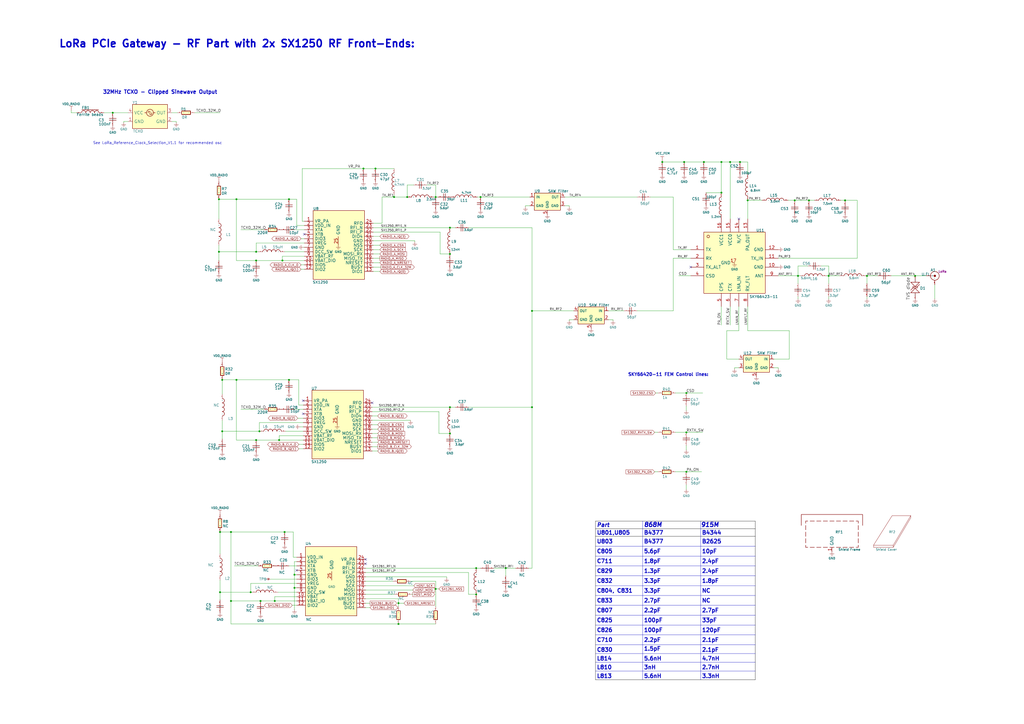
<source format=kicad_sch>
(kicad_sch (version 20230121) (generator eeschema)
  (paper "A2")
  (junction (at 151.13 348.615))
  (junction (at 148.59 255.27))
  (junction (at 423.545 93.98))
  (junction (at 490.22 116.205))
  (junction (at 159.385 348.615))
  (junction (at 228.6 114.3))
  (junction (at 308.61 180.34))
  (junction (at 308.61 236.22))
  (junction (at 398.145 273.685))
  (junction (at 165.1 308.61))
  (junction (at 293.37 329.565))
  (junction (at 278.765 114.3))
  (junction (at 276.225 344.805))
  (junction (at 167.64 115.57))
  (junction (at 65.405 65.405))
  (junction (at 150.495 250.19))
  (junction (at 231.14 349.885))
  (junction (at 210.82 97.79))
  (junction (at 502.92 160.02))
  (junction (at 469.265 116.205))
  (junction (at 260.985 132.08))
  (junction (at 127 146.05))
  (junction (at 396.875 93.98))
  (junction (at 145.415 343.535))
  (junction (at 161.925 255.27))
  (junction (at 260.985 147.32))
  (junction (at 461.01 116.205))
  (junction (at 418.465 93.98))
  (junction (at 530.86 160.02))
  (junction (at 398.145 227.965))
  (junction (at 163.83 151.13))
  (junction (at 127.635 343.535))
  (junction (at 418.465 111.76))
  (junction (at 429.26 93.98))
  (junction (at 252.73 114.3))
  (junction (at 148.59 151.13))
  (junction (at 133.985 348.615))
  (junction (at 133.985 308.61))
  (junction (at 137.16 220.345))
  (junction (at 480.695 160.02))
  (junction (at 217.805 97.79))
  (junction (at 231.14 361.95))
  (junction (at 408.305 93.98))
  (junction (at 148.59 146.05))
  (junction (at 260.985 236.22))
  (junction (at 384.175 93.98))
  (junction (at 276.225 329.565))
  (junction (at 398.145 250.825))
  (junction (at 127 115.57))
  (junction (at 433.705 116.205))
  (junction (at 170.815 340.995))
  (junction (at 128.905 250.19))
  (junction (at 128.905 220.345))
  (junction (at 137.16 115.57))
  (junction (at 260.985 251.46))
  (junction (at 167.64 220.345))
  (junction (at 462.915 160.02))
  (junction (at 236.22 114.3))
  (junction (at 252.73 341.63))
  (junction (at 170.815 333.375))
  (junction (at 127.635 308.61))
  (no_connect (at 172.085 330.835))
  (no_connect (at 212.09 324.485))
  (no_connect (at 212.09 327.025))
  (no_connect (at 175.895 232.41))
  (no_connect (at 400.685 154.94))
  (no_connect (at 428.625 127))
  (no_connect (at 176.53 135.89))
  (no_connect (at 215.9 233.68))
  (no_connect (at 175.895 240.03))
  (wire (pts (xy 216.535 154.94) (xy 220.98 154.94)))
  (wire (pts (xy 127.635 343.535) (xy 145.415 343.535)))
  (wire (pts (xy 428.625 208.28) (xy 421.64 208.28)))
  (wire (pts (xy 60.325 65.405) (xy 65.405 65.405)))
  (wire (pts (xy 451.485 160.02) (xy 462.915 160.02)))
  (wire (pts (xy 175.895 234.95) (xy 173.355 234.95)))
  (wire (pts (xy 234.315 349.885) (xy 231.14 349.885)))
  (wire (pts (xy 127.635 308.61) (xy 133.985 308.61)))
  (wire (pts (xy 153.035 133.35) (xy 139.7 133.35)))
  (wire (pts (xy 379.73 273.685) (xy 381.635 273.685)))
  (wire (pts (xy 212.09 332.105) (xy 271.78 332.105)))
  (wire (pts (xy 308.61 132.08) (xy 308.61 180.34)))
  (wire (pts (xy 128.905 220.345) (xy 137.16 220.345)))
  (wire (pts (xy 172.085 348.615) (xy 159.385 348.615)))
  (wire (pts (xy 219.075 251.46) (xy 215.9 251.46)))
  (wire (pts (xy 216.535 139.7) (xy 240.665 139.7)))
  (wire (pts (xy 137.16 220.345) (xy 167.64 220.345)))
  (wire (pts (xy 252.73 337.185) (xy 252.73 341.63)))
  (wire (pts (xy 479.425 160.02) (xy 480.695 160.02)))
  (wire (pts (xy 172.085 130.81) (xy 176.53 130.81)))
  (wire (pts (xy 133.985 348.615) (xy 133.985 308.61)))
  (wire (pts (xy 128.905 250.19) (xy 150.495 250.19)))
  (wire (pts (xy 159.385 348.615) (xy 151.13 348.615)))
  (wire (pts (xy 231.14 347.345) (xy 231.14 349.885)))
  (wire (pts (xy 221.615 114.3) (xy 221.615 129.54)))
  (wire (pts (xy 238.125 337.185) (xy 252.73 337.185)))
  (wire (pts (xy 214.63 349.885) (xy 212.09 349.885)))
  (wire (pts (xy 127 115.57) (xy 127 127)))
  (polyline (pts (xy 438.15 302.26) (xy 438.15 394.335)) (stroke (width 0) (type solid) (color 0 0 0 1)))
  (wire (pts (xy 161.925 255.27) (xy 161.925 252.73)))
  (wire (pts (xy 379.73 250.825) (xy 381.635 250.825)))
  (polyline (pts (xy 345.44 311.15) (xy 438.15 311.15)) (stroke (width 0) (color 0 0 0 1)))
  (wire (pts (xy 254.635 251.46) (xy 260.985 251.46)))
  (wire (pts (xy 173.99 247.65) (xy 175.895 247.65)))
  (wire (pts (xy 175.895 245.11) (xy 150.495 245.11)))
  (wire (pts (xy 215.9 243.84) (xy 238.125 243.84)))
  (wire (pts (xy 423.545 127) (xy 423.545 93.98)))
  (wire (pts (xy 398.145 250.825) (xy 407.67 250.825)))
  (wire (pts (xy 216.535 157.48) (xy 220.345 157.48)))
  (polyline (pts (xy 345.44 316.865) (xy 438.15 316.865)))
  (wire (pts (xy 448.945 213.36) (xy 451.485 213.36)))
  (wire (pts (xy 216.535 134.62) (xy 255.27 134.62)))
  (wire (pts (xy 163.83 151.13) (xy 148.59 151.13)))
  (wire (pts (xy 480.695 172.085) (xy 480.695 173.355)))
  (wire (pts (xy 286.385 329.565) (xy 293.37 329.565)))
  (wire (pts (xy 174.625 156.21) (xy 176.53 156.21)))
  (wire (pts (xy 133.985 361.95) (xy 133.985 348.615)))
  (polyline (pts (xy 345.44 394.335) (xy 438.15 394.335)) (stroke (width 0) (type solid) (color 0 0 0 1)))
  (wire (pts (xy 128.905 220.345) (xy 128.905 228.6)))
  (polyline (pts (xy 345.44 362.585) (xy 438.15 362.585)))
  (wire (pts (xy 212.09 342.265) (xy 239.395 342.265)))
  (wire (pts (xy 133.985 308.61) (xy 165.1 308.61)))
  (wire (pts (xy 219.075 259.08) (xy 215.9 259.08)))
  (wire (pts (xy 219.075 261.62) (xy 215.9 261.62)))
  (wire (pts (xy 170.815 340.995) (xy 170.815 353.695)))
  (wire (pts (xy 457.2 116.205) (xy 461.01 116.205)))
  (wire (pts (xy 173.355 220.345) (xy 167.64 220.345)))
  (wire (pts (xy 173.355 260.35) (xy 175.895 260.35)))
  (wire (pts (xy 65.405 65.405) (xy 74.295 65.405)))
  (wire (pts (xy 462.915 164.465) (xy 462.915 160.02)))
  (wire (pts (xy 293.37 334.01) (xy 293.37 329.565)))
  (wire (pts (xy 172.085 335.915) (xy 156.845 335.915)))
  (wire (pts (xy 408.305 93.98) (xy 418.465 93.98)))
  (wire (pts (xy 271.78 132.08) (xy 308.61 132.08)))
  (wire (pts (xy 480.695 154.305) (xy 480.695 160.02)))
  (wire (pts (xy 127 146.05) (xy 127 151.13)))
  (wire (pts (xy 384.175 93.345) (xy 384.175 93.98)))
  (wire (pts (xy 172.085 340.995) (xy 170.815 340.995)))
  (wire (pts (xy 462.915 154.305) (xy 468.63 154.305)))
  (wire (pts (xy 161.925 252.73) (xy 175.895 252.73)))
  (wire (pts (xy 170.815 333.375) (xy 170.815 340.995)))
  (wire (pts (xy 271.78 344.805) (xy 276.225 344.805)))
  (wire (pts (xy 231.14 349.885) (xy 231.14 351.79)))
  (wire (pts (xy 172.085 323.215) (xy 170.18 323.215)))
  (polyline (pts (xy 345.44 302.26) (xy 345.44 394.335)) (stroke (width 0) (type solid) (color 0 0 0 1)))
  (wire (pts (xy 457.835 191.77) (xy 457.835 208.28)))
  (wire (pts (xy 393.7 160.02) (xy 400.685 160.02)))
  (wire (pts (xy 153.035 237.49) (xy 139.7 237.49)))
  (wire (pts (xy 214.63 352.425) (xy 212.09 352.425)))
  (wire (pts (xy 330.2 119.38) (xy 330.2 120.015)))
  (wire (pts (xy 428.625 177.8) (xy 428.625 191.77)))
  (wire (pts (xy 480.695 164.465) (xy 480.695 160.02)))
  (wire (pts (xy 423.545 188.595) (xy 423.545 177.8)))
  (wire (pts (xy 172.085 338.455) (xy 145.415 338.455)))
  (wire (pts (xy 172.085 130.81) (xy 172.085 115.57)))
  (wire (pts (xy 175.26 97.79) (xy 175.26 128.27)))
  (wire (pts (xy 102.235 70.485) (xy 102.235 71.12)))
  (wire (pts (xy 236.22 107.315) (xy 236.22 114.3)))
  (wire (pts (xy 212.09 339.725) (xy 240.03 339.725)))
  (wire (pts (xy 174.625 138.43) (xy 176.53 138.43)))
  (wire (pts (xy 502.92 160.02) (xy 509.27 160.02)))
  (wire (pts (xy 293.37 329.565) (xy 299.085 329.565)))
  (wire (pts (xy 216.535 147.32) (xy 220.345 147.32)))
  (wire (pts (xy 490.22 116.205) (xy 487.68 116.205)))
  (wire (pts (xy 271.78 236.22) (xy 308.61 236.22)))
  (polyline (pts (xy 345.44 328.295) (xy 438.15 328.295)))
  (wire (pts (xy 276.225 329.565) (xy 278.765 329.565)))
  (wire (pts (xy 537.21 160.02) (xy 530.86 160.02)))
  (wire (pts (xy 148.59 151.13) (xy 137.16 151.13)))
  (wire (pts (xy 215.9 236.22) (xy 260.985 236.22)))
  (wire (pts (xy 254.635 341.63) (xy 252.73 341.63)))
  (wire (pts (xy 530.86 160.02) (xy 516.89 160.02)))
  (wire (pts (xy 137.16 115.57) (xy 167.64 115.57)))
  (wire (pts (xy 502.92 172.085) (xy 502.92 173.355)))
  (wire (pts (xy 148.59 140.97) (xy 148.59 146.05)))
  (wire (pts (xy 502.92 164.465) (xy 502.92 160.02)))
  (wire (pts (xy 391.795 273.685) (xy 398.145 273.685)))
  (wire (pts (xy 221.615 129.54) (xy 216.535 129.54)))
  (polyline (pts (xy 345.44 339.725) (xy 438.15 339.725)))
  (wire (pts (xy 421.64 191.77) (xy 421.64 208.28)))
  (wire (pts (xy 137.16 151.13) (xy 137.16 115.57)))
  (wire (pts (xy 390.525 144.78) (xy 400.685 144.78)))
  (wire (pts (xy 448.945 208.28) (xy 457.835 208.28)))
  (wire (pts (xy 175.26 128.27) (xy 176.53 128.27)))
  (wire (pts (xy 227.965 337.185) (xy 212.09 337.185)))
  (wire (pts (xy 172.085 333.375) (xy 170.815 333.375)))
  (wire (pts (xy 219.075 248.92) (xy 215.9 248.92)))
  (wire (pts (xy 212.09 347.345) (xy 231.14 347.345)))
  (wire (pts (xy 480.695 160.02) (xy 487.045 160.02)))
  (wire (pts (xy 128.905 243.84) (xy 128.905 250.19)))
  (wire (pts (xy 441.96 116.205) (xy 433.705 116.205)))
  (wire (pts (xy 433.705 177.8) (xy 433.705 191.77)))
  (wire (pts (xy 423.545 93.98) (xy 429.26 93.98)))
  (polyline (pts (xy 345.44 322.58) (xy 438.15 322.58)))
  (wire (pts (xy 259.08 334.645) (xy 259.08 335.28)))
  (wire (pts (xy 175.895 143.51) (xy 176.53 143.51)))
  (wire (pts (xy 216.535 152.4) (xy 220.345 152.4)))
  (wire (pts (xy 254.635 238.76) (xy 254.635 251.46)))
  (wire (pts (xy 145.415 338.455) (xy 145.415 343.535)))
  (wire (pts (xy 469.265 116.84) (xy 469.265 116.205)))
  (wire (pts (xy 398.145 273.685) (xy 407.035 273.685)))
  (wire (pts (xy 418.465 111.76) (xy 418.465 93.98)))
  (wire (pts (xy 307.34 119.38) (xy 304.8 119.38)))
  (wire (pts (xy 170.18 323.215) (xy 170.18 308.61)))
  (wire (pts (xy 252.73 114.3) (xy 254 114.3)))
  (wire (pts (xy 172.085 351.155) (xy 169.545 351.155)))
  (wire (pts (xy 127.635 336.55) (xy 127.635 343.535)))
  (wire (pts (xy 216.535 149.86) (xy 220.345 149.86)))
  (wire (pts (xy 308.61 329.565) (xy 306.705 329.565)))
  (wire (pts (xy 127 146.05) (xy 148.59 146.05)))
  (wire (pts (xy 219.075 254) (xy 215.9 254)))
  (polyline (pts (xy 345.44 345.44) (xy 438.15 345.44)))
  (wire (pts (xy 41.275 65.405) (xy 41.275 64.135)))
  (wire (pts (xy 113.03 65.405) (xy 127.635 65.405)))
  (wire (pts (xy 451.485 213.36) (xy 451.485 213.995)))
  (wire (pts (xy 127 115.57) (xy 137.16 115.57)))
  (wire (pts (xy 421.64 191.77) (xy 428.625 191.77)))
  (wire (pts (xy 429.26 93.98) (xy 433.705 93.98)))
  (wire (pts (xy 391.795 227.965) (xy 398.145 227.965)))
  (polyline (pts (xy 345.44 351.155) (xy 438.15 351.155)))
  (wire (pts (xy 236.22 114.3) (xy 228.6 114.3)))
  (wire (pts (xy 400.685 149.86) (xy 390.525 149.86)))
  (wire (pts (xy 361.95 180.34) (xy 353.06 180.34)))
  (wire (pts (xy 228.6 114.3) (xy 221.615 114.3)))
  (wire (pts (xy 176.53 140.97) (xy 148.59 140.97)))
  (wire (pts (xy 217.805 97.79) (xy 210.82 97.79)))
  (wire (pts (xy 99.695 70.485) (xy 102.235 70.485)))
  (wire (pts (xy 398.145 258.445) (xy 398.145 260.985)))
  (wire (pts (xy 327.66 114.3) (xy 369.57 114.3)))
  (wire (pts (xy 260.985 147.955) (xy 260.985 147.32)))
  (wire (pts (xy 391.795 250.825) (xy 398.145 250.825)))
  (wire (pts (xy 426.085 213.36) (xy 426.085 213.995)))
  (polyline (pts (xy 345.44 368.3) (xy 438.15 368.3)))
  (wire (pts (xy 173.355 257.81) (xy 175.895 257.81)))
  (wire (pts (xy 252.73 341.63) (xy 252.73 351.79)))
  (wire (pts (xy 398.145 235.585) (xy 398.145 238.125)))
  (wire (pts (xy 304.8 119.38) (xy 304.8 120.015)))
  (wire (pts (xy 353.06 185.42) (xy 355.6 185.42)))
  (wire (pts (xy 497.205 149.86) (xy 497.205 116.205)))
  (wire (pts (xy 461.01 116.84) (xy 461.01 116.205)))
  (wire (pts (xy 219.075 256.54) (xy 215.9 256.54)))
  (wire (pts (xy 149.86 146.05) (xy 148.59 146.05)))
  (wire (pts (xy 210.82 97.79) (xy 175.26 97.79)))
  (wire (pts (xy 332.74 185.42) (xy 330.2 185.42)))
  (wire (pts (xy 172.72 242.57) (xy 175.895 242.57)))
  (wire (pts (xy 161.925 255.27) (xy 148.59 255.27)))
  (wire (pts (xy 150.495 245.11) (xy 150.495 250.19)))
  (wire (pts (xy 332.74 180.34) (xy 308.61 180.34)))
  (polyline (pts (xy 345.44 389.255) (xy 438.15 389.255)))
  (wire (pts (xy 239.395 344.805) (xy 238.76 344.805)))
  (wire (pts (xy 176.53 133.35) (xy 170.815 133.35)))
  (wire (pts (xy 44.45 65.405) (xy 41.275 65.405)))
  (polyline (pts (xy 345.44 334.01) (xy 438.15 334.01)))
  (wire (pts (xy 71.755 70.485) (xy 71.755 71.12)))
  (wire (pts (xy 381.635 227.965) (xy 380.365 227.965)))
  (wire (pts (xy 172.085 328.295) (xy 167.64 328.295)))
  (wire (pts (xy 278.765 114.3) (xy 307.34 114.3)))
  (wire (pts (xy 390.525 149.86) (xy 390.525 180.34)))
  (wire (pts (xy 127.635 308.61) (xy 127.635 321.31)))
  (wire (pts (xy 165.735 250.19) (xy 175.895 250.19)))
  (wire (pts (xy 502.285 160.02) (xy 502.92 160.02)))
  (wire (pts (xy 260.985 236.22) (xy 264.16 236.22)))
  (wire (pts (xy 255.27 134.62) (xy 255.27 147.32)))
  (wire (pts (xy 390.525 114.3) (xy 390.525 144.78)))
  (wire (pts (xy 170.18 308.61) (xy 165.1 308.61)))
  (wire (pts (xy 398.145 227.965) (xy 407.67 227.965)))
  (wire (pts (xy 219.075 246.38) (xy 215.9 246.38)))
  (wire (pts (xy 127.635 343.535) (xy 127.635 347.98)))
  (wire (pts (xy 252.73 107.315) (xy 252.73 114.3)))
  (wire (pts (xy 228.6 97.79) (xy 217.805 97.79)))
  (wire (pts (xy 172.085 346.075) (xy 159.385 346.075)))
  (wire (pts (xy 398.145 281.305) (xy 398.145 283.845)))
  (polyline (pts (xy 406.4 302.26) (xy 406.4 394.335)))
  (wire (pts (xy 497.205 116.205) (xy 490.22 116.205)))
  (polyline (pts (xy 345.44 302.26) (xy 438.15 302.26)) (stroke (width 0) (type solid) (color 0 0 0 1)))
  (polyline (pts (xy 345.44 384.175) (xy 438.15 384.175)))
  (wire (pts (xy 228.6 344.805) (xy 212.09 344.805)))
  (wire (pts (xy 240.665 139.7) (xy 240.665 140.335)))
  (wire (pts (xy 240.03 107.315) (xy 236.22 107.315)))
  (wire (pts (xy 255.27 147.32) (xy 260.985 147.32)))
  (wire (pts (xy 308.61 180.34) (xy 308.61 236.22)))
  (wire (pts (xy 355.6 185.42) (xy 355.6 186.055)))
  (wire (pts (xy 176.53 151.13) (xy 163.83 151.13)))
  (wire (pts (xy 170.815 237.49) (xy 175.895 237.49)))
  (wire (pts (xy 433.705 93.98) (xy 433.705 100.965)))
  (wire (pts (xy 542.29 165.1) (xy 542.29 173.355)))
  (wire (pts (xy 173.355 234.95) (xy 173.355 220.345)))
  (wire (pts (xy 384.175 93.98) (xy 396.875 93.98)))
  (wire (pts (xy 163.83 148.59) (xy 176.53 148.59)))
  (wire (pts (xy 127 146.05) (xy 127 142.24)))
  (wire (pts (xy 216.535 142.24) (xy 220.345 142.24)))
  (wire (pts (xy 330.2 185.42) (xy 330.2 186.055)))
  (wire (pts (xy 461.01 116.205) (xy 469.265 116.205)))
  (wire (pts (xy 146.05 343.535) (xy 145.415 343.535)))
  (wire (pts (xy 409.575 111.76) (xy 418.465 111.76)))
  (wire (pts (xy 165.1 146.05) (xy 176.53 146.05)))
  (polyline (pts (xy 345.44 374.015) (xy 438.15 374.015)))
  (wire (pts (xy 74.295 70.485) (xy 71.755 70.485)))
  (polyline (pts (xy 372.745 302.26) (xy 372.745 394.335)))
  (wire (pts (xy 172.085 325.755) (xy 170.815 325.755)))
  (polyline (pts (xy 345.44 306.705) (xy 438.15 306.705)) (stroke (width 0) (type solid) (color 0 0 0 1)))
  (wire (pts (xy 215.9 238.76) (xy 254.635 238.76)))
  (wire (pts (xy 490.22 116.205) (xy 490.22 116.84)))
  (wire (pts (xy 251.46 114.3) (xy 252.73 114.3)))
  (wire (pts (xy 390.525 180.34) (xy 369.57 180.34)))
  (wire (pts (xy 433.705 191.77) (xy 457.835 191.77)))
  (wire (pts (xy 99.695 65.405) (xy 102.87 65.405)))
  (polyline (pts (xy 345.44 356.87) (xy 438.15 356.87)))
  (wire (pts (xy 271.78 332.105) (xy 271.78 344.805)))
  (wire (pts (xy 418.465 93.98) (xy 423.545 93.98)))
  (wire (pts (xy 462.915 160.02) (xy 464.185 160.02)))
  (polyline (pts (xy 345.44 379.095) (xy 438.15 379.095)))
  (wire (pts (xy 128.905 250.19) (xy 128.905 254.635)))
  (wire (pts (xy 212.09 334.645) (xy 259.08 334.645)))
  (wire (pts (xy 151.13 348.615) (xy 133.985 348.615)))
  (wire (pts (xy 327.66 119.38) (xy 330.2 119.38)))
  (wire (pts (xy 451.485 149.86) (xy 497.205 149.86)))
  (wire (pts (xy 418.465 188.595) (xy 418.465 177.8)))
  (wire (pts (xy 433.705 116.205) (xy 433.705 127)))
  (wire (pts (xy 216.535 137.16) (xy 220.345 137.16)))
  (wire (pts (xy 260.985 132.08) (xy 216.535 132.08)))
  (wire (pts (xy 163.83 151.13) (xy 163.83 148.59)))
  (wire (pts (xy 161.29 343.535) (xy 172.085 343.535)))
  (wire (pts (xy 148.59 255.27) (xy 137.16 255.27)))
  (wire (pts (xy 462.915 172.085) (xy 462.915 173.355)))
  (wire (pts (xy 377.19 114.3) (xy 390.525 114.3)))
  (wire (pts (xy 428.625 213.36) (xy 426.085 213.36)))
  (wire (pts (xy 247.65 107.315) (xy 252.73 107.315)))
  (wire (pts (xy 172.085 115.57) (xy 167.64 115.57)))
  (wire (pts (xy 252.73 361.95) (xy 231.14 361.95)))
  (wire (pts (xy 264.16 132.08) (xy 260.985 132.08)))
  (wire (pts (xy 276.86 114.3) (xy 278.765 114.3)))
  (wire (pts (xy 396.875 93.98) (xy 408.305 93.98)))
  (wire (pts (xy 175.895 255.27) (xy 161.925 255.27)))
  (wire (pts (xy 149.86 328.295) (xy 135.89 328.295)))
  (wire (pts (xy 137.16 255.27) (xy 137.16 220.345)))
  (wire (pts (xy 159.385 346.075) (xy 159.385 348.615)))
  (wire (pts (xy 219.075 241.3) (xy 215.9 241.3)))
  (wire (pts (xy 228.6 113.03) (xy 228.6 114.3)))
  (wire (pts (xy 476.25 154.305) (xy 480.695 154.305)))
  (wire (pts (xy 176.53 153.67) (xy 174.625 153.67)))
  (wire (pts (xy 170.815 325.755) (xy 170.815 333.375)))
  (wire (pts (xy 216.535 144.78) (xy 220.345 144.78)))
  (wire (pts (xy 231.14 361.95) (xy 133.985 361.95)))
  (wire (pts (xy 469.265 116.205) (xy 472.44 116.205)))
  (wire (pts (xy 308.61 236.22) (xy 308.61 329.565)))
  (wire (pts (xy 212.09 329.565) (xy 276.225 329.565)))
  (wire (pts (xy 462.915 154.305) (xy 462.915 160.02)))
  (text "3nH" (at 373.38 388.62 0) (effects (font (size 2.286 2.286) (thickness 0.4572) bold) (justify left bottom)))
  (text "100pF" (at 373.38 361.315 0) (effects (font (size 2.286 2.286) (thickness 0.4572) bold) (justify left bottom)))
  (text "Part" (at 346.075 306.07 0) (effects (font (size 2.286 2.286) (thickness 0.4572) bold italic) (justify left bottom)))
  (text "B4344" (at 407.035 310.515 0) (effects (font (size 2.286 2.286) (thickness 0.4572) bold) (justify left bottom)))
  (text "100pF" (at 373.38 367.03 0) (effects (font (size 2.286 2.286) (thickness 0.4572) bold) (justify left bottom)))
  (text "868M" (at 373.38 306.07 0) (effects (font (size 2.54 2.54) (thickness 0.508) bold italic) (justify left bottom)))
  (text "B4377" (at 373.38 310.515 0) (effects (font (size 2.286 2.286) (thickness 0.4572) bold) (justify left bottom)))
  (text "2.4pF" (at 407.035 332.74 0) (effects (font (size 2.286 2.286) (thickness 0.4572) bold) (justify left bottom)))
  (text "C833" (at 346.075 349.885 0) (effects (font (size 2.286 2.286) (thickness 0.4572) bold) (justify left bottom)))
  (text "1.5pF" (at 373.38 377.825 0) (effects (font (size 2.286 2.286) (thickness 0.4572) bold) (justify left bottom)))
  (text "C830" (at 346.075 378.46 0) (effects (font (size 2.286 2.286) (thickness 0.4572) bold) (justify left bottom)))
  (text "C711" (at 346.075 327.025 0) (effects (font (size 2.286 2.286) (thickness 0.4572) bold) (justify left bottom)))
  (text "3.3pF" (at 373.38 344.17 0) (effects (font (size 2.286 2.286) (thickness 0.4572) bold) (justify left bottom)))
  (text "B4377" (at 373.38 315.595 0) (effects (font (size 2.286 2.286) (thickness 0.4572) bold) (justify left bottom)))
  (text "LoRa PCIe Gateway - RF Part with 2x SX1250 RF Front-Ends:" (at 34.036 27.94 0) (effects (font (size 4.2672 4.2672) (thickness 0.8534) bold) (justify left bottom)))
  (text "2.2pF" (at 373.38 372.745 0) (effects (font (size 2.286 2.286) (thickness 0.4572) bold) (justify left bottom)))
  (text "915M" (at 406.4 306.07 0) (effects (font (size 2.54 2.54) (thickness 0.508) bold italic) (justify left bottom)))
  (text "L814" (at 346.075 383.54 0) (effects (font (size 2.286 2.286) (thickness 0.4572) bold) (justify left bottom)))
  (text "10pF" (at 407.035 321.31 0) (effects (font (size 2.286 2.286) (thickness 0.4572) bold) (justify left bottom)))
  (text "C710" (at 346.075 372.745 0) (effects (font (size 2.286 2.286) (thickness 0.4572) bold) (justify left bottom)))
  (text "U801,U805" (at 346.075 310.515 0) (effects (font (size 2.286 2.286) (thickness 0.4572) bold) (justify left bottom)))
  (text "L810" (at 346.075 388.62 0) (effects (font (size 2.286 2.286) (thickness 0.4572) bold) (justify left bottom)))
  (text "C805" (at 346.075 321.31 0) (effects (font (size 2.286 2.286) (thickness 0.4572) bold) (justify left bottom)))
  (text "32MHz TCXO - Clipped Sinewave Output" (at 59.563 54.737 0) (effects (font (size 2.1336 2.1336) (thickness 0.4267) bold) (justify left bottom)))
  (text "3.3pF" (at 373.38 338.455 0) (effects (font (size 2.286 2.286) (thickness 0.4572) bold) (justify left bottom)))
  (text "2.7pF" (at 407.035 355.6 0) (effects (font (size 2.286 2.286) (thickness 0.4572) bold) (justify left bottom)))
  (text "C804, C831" (at 346.075 344.17 0) (effects (font (size 2.286 2.286) (thickness 0.4572) bold) (justify left bottom)))
  (text "4.7nH" (at 407.035 383.54 0) (effects (font (size 2.286 2.286) (thickness 0.4572) bold) (justify left bottom)))
  (text "3.3nH" (at 407.035 393.7 0) (effects (font (size 2.286 2.286) (thickness 0.4572) bold) (justify left bottom)))
  (text "33pF" (at 407.035 361.315 0) (effects (font (size 2.286 2.286) (thickness 0.4572) bold) (justify left bottom)))
  (text "C826" (at 346.075 367.03 0) (effects (font (size 2.286 2.286) (thickness 0.4572) bold) (justify left bottom)))
  (text "2.7pF" (at 373.38 349.885 0) (effects (font (size 2.286 2.286) (thickness 0.4572) bold) (justify left bottom)))
  (text "1.3pF" (at 373.38 332.74 0) (effects (font (size 2.286 2.286) (thickness 0.4572) bold) (justify left bottom)))
  (text "5.6nH" (at 373.38 393.7 0) (effects (font (size 2.286 2.286) (thickness 0.4572) bold) (justify left bottom)))
  (text "C825" (at 346.075 361.315 0) (effects (font (size 2.286 2.286) (thickness 0.4572) bold) (justify left bottom)))
  (text "C832" (at 346.075 338.455 0) (effects (font (size 2.286 2.286) (thickness 0.4572) bold) (justify left bottom)))
  (text "C829" (at 346.075 332.74 0) (effects (font (size 2.286 2.286) (thickness 0.4572) bold) (justify left bottom)))
  (text "L813" (at 346.075 393.7 0) (effects (font (size 2.286 2.286) (thickness 0.4572) bold) (justify left bottom)))
  (text "2.4pF" (at 407.035 327.025 0) (effects (font (size 2.286 2.286) (thickness 0.4572) bold) (justify left bottom)))
  (text "B2625" (at 407.035 315.595 0) (effects (font (size 2.286 2.286) (thickness 0.4572) bold) (justify left bottom)))
  (text "C807" (at 346.075 355.6 0) (effects (font (size 2.286 2.286) (thickness 0.4572) bold) (justify left bottom)))
  (text "2.1pF" (at 407.035 378.46 0) (effects (font (size 2.286 2.286) (thickness 0.4572) bold) (justify left bottom)))
  (text "SKY66420-11 FEM Control lines:" (at 364.236 218.44 0) (effects (font (size 1.8288 1.8288) (thickness 0.3658) bold) (justify left bottom)))
  (text "NC" (at 407.035 344.17 0) (effects (font (size 2.286 2.286) (thickness 0.4572) bold) (justify left bottom)))
  (text "2.2pF" (at 373.38 355.6 0) (effects (font (size 2.286 2.286) (thickness 0.4572) bold) (justify left bottom)))
  (text "See LoRa_Reference_Clock_Selection_V1.1 for recommended osc" (at 53.975 83.947 0) (effects (font (size 1.524 1.524)) (justify left bottom)))
  (text "U803" (at 346.075 315.595 0) (effects (font (size 2.286 2.286) (thickness 0.4572) bold) (justify left bottom)))
  (text "1.8pF" (at 373.38 327.025 0) (effects (font (size 2.286 2.286) (thickness 0.4572) bold) (justify left bottom)))
  (text "2.7nH" (at 407.035 388.62 0) (effects (font (size 2.286 2.286) (thickness 0.4572) bold) (justify left bottom)))
  (text "5.6pF" (at 373.38 321.31 0) (effects (font (size 2.286 2.286) (thickness 0.4572) bold) (justify left bottom)))
  (text "120pF" (at 407.035 367.03 0) (effects (font (size 2.286 2.286) (thickness 0.4572) bold) (justify left bottom)))
  (text "NC" (at 407.035 349.885 0) (effects (font (size 2.286 2.286) (thickness 0.4572) bold) (justify left bottom)))
  (text "1.8pF" (at 407.035 338.455 0) (effects (font (size 2.286 2.286) (thickness 0.4572) bold) (justify left bottom)))
  (text "2.1pF" (at 407.035 372.745 0) (effects (font (size 2.286 2.286) (thickness 0.4572) bold) (justify left bottom)))
  (text "5.6nH" (at 373.38 383.54 0) (effects (font (size 2.286 2.286) (thickness 0.4572) bold) (justify left bottom)))
  (label "CSD" (at 393.7 160.02 0) (effects (font (size 1.524 1.524))))
  (label "TCXO_32M_O" (at 139.7 133.35 0) (effects (font (size 1.524 1.524))))
  (label "SX1250_RFI2_N" (at 219.71 236.22 0))
  (label "SX1261_RFI_P" (at 215.9 332.105 0))
  (label "PA_RF2" (at 461.645 116.205 0))
  (label "LNAIN_RF" (at 428.625 188.595 90))
  (label "SX1250_RFI1_N" (at 220.98 132.08 0))
  (label "RX_RF2" (at 318.77 180.34 0))
  (label "RX_RF" (at 393.065 149.86 0))
  (label "TCXO_32M_O" (at 113.665 65.405 0) (effects (font (size 1.524 1.524))))
  (label "SX1250_RFI2_P" (at 219.71 238.76 0))
  (label "TVS diode" (at 528.32 173.99 90) (effects (font (size 1.778 1.778))))
  (label "TX_RF3" (at 279.4 114.3 0))
  (label "TX_RF1" (at 221.615 114.3 0))
  (label "RXTX_SW" (at 398.145 250.825 0) (effects (font (size 1.524 1.524))))
  (label "SX1261_RFI" (at 286.385 329.565 0))
  (label "TX_RF" (at 393.065 144.78 0))
  (label "PA_ON" (at 398.145 273.685 0) (effects (font (size 1.524 1.524))))
  (label "TCXO_32M_O" (at 139.7 237.49 0) (effects (font (size 1.524 1.524))))
  (label "SX1250_RFI1_P" (at 220.98 134.62 0))
  (label "RX_RF1" (at 354.33 180.34 0))
  (label "PA_RF1" (at 434.34 116.205 0))
  (label "TX_RF2" (at 247.65 107.315 0))
  (label "ANT_RF2" (at 480.695 160.02 0))
  (label "ANT_RF3" (at 502.92 160.02 0))
  (label "TX_RF4" (at 330.2 114.3 0))
  (label "LNAFLT_RF" (at 433.705 188.595 90))
  (label "ANT_RF4" (at 522.605 160.02 0))
  (label "SX1261_RFI_N" (at 215.9 329.565 0))
  (label "PA_RF3" (at 451.485 149.86 0))
  (label "TCXO_32M_O" (at 135.89 328.295 0) (effects (font (size 1.524 1.524))))
  (label "ANT_RF1" (at 451.485 160.02 0))
  (label "CSD" (at 398.145 227.965 0) (effects (font (size 1.524 1.524))))
  (label "RXTX_SW" (at 423.545 188.595 90) (effects (font (size 1.524 1.524))))
  (label "PA_ON" (at 418.465 188.595 90) (effects (font (size 1.524 1.524))))
  (label "VR_PA" (at 201.93 97.79 0) (effects (font (size 1.524 1.524))))
  (global_label "RADIO_B_MISO" (shape output) (at 219.075 254 0) (property "Intersheetrefs" "${INTERSHEET_REFS}" (effects hide)))
  (global_label "RADIO_A_IQ(2)" (shape bidirectional) (at 174.625 138.43 180) (property "Intersheetrefs" "${INTERSHEET_REFS}" (effects hide)))
  (global_label "SX1302_RXTX_SW" (shape input) (at 379.73 250.825 180) (property "Intersheetrefs" "${INTERSHEET_REFS}" (effects hide)))
  (global_label "SX1261_BUSY" (shape output) (at 214.63 349.885 0) (property "Intersheetrefs" "${INTERSHEET_REFS}" (effects hide)))
  (global_label "RADIO_A_IQ(3)" (shape bidirectional) (at 220.345 137.16 0) (property "Intersheetrefs" "${INTERSHEET_REFS}" (effects hide)))
  (global_label "RADIO_A_MOSI" (shape input) (at 220.345 147.32 0) (property "Intersheetrefs" "${INTERSHEET_REFS}" (effects hide)))
  (global_label "SX1261_DIO2" (shape bidirectional) (at 169.545 351.155 180) (property "Intersheetrefs" "${INTERSHEET_REFS}" (effects hide)))
  (global_label "RADIO_A_NRESET" (shape input) (at 220.345 152.4 0) (property "Intersheetrefs" "${INTERSHEET_REFS}" (effects hide)))
  (global_label "RADIO_A_SCK" (shape input) (at 220.345 144.78 0) (property "Intersheetrefs" "${INTERSHEET_REFS}" (effects hide)))
  (global_label "RADIO_B_CSN" (shape input) (at 219.075 246.38 0) (property "Intersheetrefs" "${INTERSHEET_REFS}" (effects hide)))
  (global_label "RADIO_B_NRESET" (shape input) (at 219.075 256.54 0) (property "Intersheetrefs" "${INTERSHEET_REFS}" (effects hide)))
  (global_label "HOST_SCK" (shape input) (at 240.03 339.725 0) (property "Intersheetrefs" "${INTERSHEET_REFS}" (effects hide)))
  (global_label "RADIO_B_MOSI" (shape input) (at 219.075 251.46 0) (property "Intersheetrefs" "${INTERSHEET_REFS}" (effects hide)))
  (global_label "RADIO_B_SCK" (shape input) (at 219.075 248.92 0) (property "Intersheetrefs" "${INTERSHEET_REFS}" (effects hide)))
  (global_label "SX1302_PA_ON" (shape input) (at 379.73 273.685 180) (property "Intersheetrefs" "${INTERSHEET_REFS}" (effects hide)))
  (global_label "RADIO_B_IQ(3)" (shape bidirectional) (at 219.075 241.3 0) (property "Intersheetrefs" "${INTERSHEET_REFS}" (effects hide)))
  (global_label "RADIO_A_MISO" (shape output) (at 220.345 149.86 0) (property "Intersheetrefs" "${INTERSHEET_REFS}" (effects hide)))
  (global_label "SX1261_NRESET" (shape input) (at 234.315 349.885 0) (property "Intersheetrefs" "${INTERSHEET_REFS}" (effects hide)))
  (global_label "SX1302_CSD" (shape input) (at 380.365 227.965 180) (property "Intersheetrefs" "${INTERSHEET_REFS}" (effects hide)))
  (global_label "RADIO_B_IQ(1)" (shape bidirectional) (at 173.355 260.35 180) (property "Intersheetrefs" "${INTERSHEET_REFS}" (effects hide)))
  (global_label "SX1261_NSS" (shape input) (at 254.635 341.63 0) (property "Intersheetrefs" "${INTERSHEET_REFS}" (effects hide)))
  (global_label "RADIO_B_IQ(0)" (shape bidirectional) (at 219.075 261.62 0) (property "Intersheetrefs" "${INTERSHEET_REFS}" (effects hide)))
  (global_label "RADIO_A_CLK_32M" (shape output) (at 220.98 154.94 0) (property "Intersheetrefs" "${INTERSHEET_REFS}" (effects hide)))
  (global_label "HOST_MISO" (shape output) (at 239.395 344.805 0) (property "Intersheetrefs" "${INTERSHEET_REFS}" (effects hide)))
  (global_label "RADIO_B_IQ(2)" (shape bidirectional) (at 172.72 242.57 180) (property "Intersheetrefs" "${INTERSHEET_REFS}" (effects hide)))
  (global_label "RADIO_A_CLK_O" (shape bidirectional) (at 174.625 153.67 180) (property "Intersheetrefs" "${INTERSHEET_REFS}" (effects hide)))
  (global_label "RADIO_A_CSN" (shape input) (at 220.345 142.24 0) (property "Intersheetrefs" "${INTERSHEET_REFS}" (effects hide)))
  (global_label "RADIO_B_CLK_O" (shape bidirectional) (at 173.355 257.81 180) (property "Intersheetrefs" "${INTERSHEET_REFS}" (effects hide)))
  (global_label "RADIO_A_IQ(1)" (shape bidirectional) (at 174.625 156.21 180) (property "Intersheetrefs" "${INTERSHEET_REFS}" (effects hide)))
  (global_label "HOST_MOSI" (shape input) (at 239.395 342.265 0) (property "Intersheetrefs" "${INTERSHEET_REFS}" (effects hide)))
  (global_label "SX1261_DIO1" (shape bidirectional) (at 214.63 352.425 0) (property "Intersheetrefs" "${INTERSHEET_REFS}" (effects hide)))
  (global_label "RADIO_B_CLK_32M" (shape output) (at 219.075 259.08 0) (property "Intersheetrefs" "${INTERSHEET_REFS}" (effects hide)))
  (global_label "RADIO_A_IQ(0)" (shape bidirectional) (at 220.345 157.48 0) (property "Intersheetrefs" "${INTERSHEET_REFS}" (effects hide)))
  (symbol (lib_id "LoRa_PCIe_GW-rescue:GND") (at 148.59 158.75 0) (unit 1)
    (property "Reference" "#PWR060" (effects hide))
    (property "Value" "GND" (at 148.59 162.56 0))
    (instances (project "CM4-BASE-BOARD" (path "" (reference "#PWR060") (unit 1))) (project "LoRa_PCIe_GW" (path "" (reference "#PWR0221") (unit 1)) (path "" (reference "#PWR?") (unit 1))))
  )
  (symbol (lib_id "LoRa_PCIe_GW-rescue:GND") (at 276.225 352.425 0) (unit 1)
    (property "Reference" "#PWR080" (effects hide))
    (property "Value" "GND" (at 276.225 356.235 0))
    (instances (project "CM4-BASE-BOARD" (path "" (reference "#PWR080") (unit 1))) (project "LoRa_PCIe_GW" (path "" (reference "#PWR0240") (unit 1)) (path "" (reference "#PWR?") (unit 1))))
  )
  (symbol (lib_id "LoRa_PCIe_GW-rescue:GND") (at 398.145 260.985 0) (unit 1)
    (property "Reference" "#PWR093" (effects hide))
    (property "Value" "GND" (at 398.145 264.795 0))
    (instances (project "CM4-BASE-BOARD" (path "" (reference "#PWR093") (unit 1))) (project "LoRa_PCIe_GW" (path "" (reference "#PWR0267") (unit 1)) (path "" (reference "#PWR?") (unit 1))))
  )
  (symbol (lib_id "LoRa_PCIe_GW-rescue:GND") (at 260.985 155.575 0) (unit 1)
    (property "Reference" "#PWR078" (effects hide))
    (property "Value" "GND" (at 260.985 159.385 0))
    (instances (project "CM4-BASE-BOARD" (path "" (reference "#PWR078") (unit 1))) (project "LoRa_PCIe_GW" (path "" (reference "#PWR0217") (unit 1)) (path "" (reference "#PWR?") (unit 1))))
  )
  (symbol (lib_id "LoRa_PCIe_GW-rescue:Cap-") (at 502.92 164.465 270) (unit 1)
    (property "Reference" "C59" (at 505.5616 169.3672 90) (effects (font (size 1.524 1.524)) (justify left bottom)))
    (property "Value" "2.7pF" (at 506.73 171.45 90))
    (property "Footprint" "LoRa_PCIe_GW:ccer_201_smd_small" (effects hide))
    (property "Description" "2.7 pF ±0.1pF 50V Ceramic Capacitor C0G, NP0 0201 (0603 Metric)" (effects hide))
    (property "Manufacturer" "Murata" (effects hide))
    (property "Part Number" "GJM0335C1H2R7BB01D" (effects hide))
    (property "Price[1k]" "0.008" (effects hide))
    (property "Supplier Link" "https://www.digikey.com/en/products/detail/murata-electronics/GJM0335C1H2R7BB01D/9758987" (effects hide))
    (instances (project "CM4-BASE-BOARD" (path "" (reference "C59") (unit 1))) (project "LoRa_PCIe_GW" (path "" (reference "C833") (unit 1))))
  )
  (symbol (lib_id "LoRa_PCIe_GW-rescue:GND") (at 451.485 213.995 0) (unit 1)
    (property "Reference" "#PWR0103" (effects hide))
    (property "Value" "GND" (at 451.485 217.805 0))
    (instances (project "CM4-BASE-BOARD" (path "" (reference "#PWR0103") (unit 1))) (project "LoRa_PCIe_GW" (path "" (reference "#PWR0247") (unit 1)) (path "" (reference "#PWR?") (unit 1))))
  )
  (symbol (lib_id "LoRa_PCIe_GW-rescue:GND") (at 462.915 173.355 0) (unit 1)
    (property "Reference" "#PWR0105" (effects hide))
    (property "Value" "GND" (at 462.915 177.165 0))
    (instances (project "CM4-BASE-BOARD" (path "" (reference "#PWR0105") (unit 1))) (project "LoRa_PCIe_GW" (path "" (reference "#PWR0261") (unit 1)) (path "" (reference "#PWR?") (unit 1))))
  )
  (symbol (lib_id "LoRa_PCIe_GW-rescue:Cap-") (at 490.22 124.46 90) (unit 1)
    (property "Reference" "C58" (at 481.965 121.92 90) (effects (font (size 1.524 1.524)) (justify right top)))
    (property "Value" "1.3pF" (at 486.41 123.19 90))
    (property "Footprint" "LoRa_PCIe_GW:ccer_201_smd_small" (effects hide))
    (property "Description" "1.3pF ±0.05pF 50V Ceramic Capacitor C0G, NP0 0201 (0603 Metric)" (effects hide))
    (property "Manufacturer" "Murata" (effects hide))
    (property "Part Number" "GJM0335C1H1R3WB01" (effects hide))
    (property "Price[1k]" "0.02" (effects hide))
    (property "Supplier Link" "https://www.digikey.com/en/products/detail/murata-electronics/GJM0335C1H1R3WB01D/11618853" (effects hide))
    (instances (project "CM4-BASE-BOARD" (path "" (reference "C58") (unit 1))) (project "LoRa_PCIe_GW" (path "" (reference "C829") (unit 1))))
  )
  (symbol (lib_id "LoRa_PCIe_GW-rescue:Resistor-") (at 231.14 361.95 90) (unit 1)
    (property "Reference" "R38" (at 230.124 356.87 90) (effects (font (size 1.524 1.524)) (justify left bottom)))
    (property "Value" "NC" (at 230.124 354.33 90) (effects (font (size 1.524 1.524)) (justify left bottom)))
    (property "Footprint" "LoRa_PCIe_GW:rlc_201_smd_small" (effects hide))
    (property "Description" "10 kOhms ±1% 0.05W, 1/20W Chip Resistor 0201  Thick Film" (effects hide))
    (property "Manufacturer" "Vishay Dale" (effects hide))
    (property "Part Number" "CRCW020110K0" (effects hide))
    (property "Price[1k]" "0.037" (effects hide))
    (property "Supplier Link" "https://www.digikey.com/en/products/detail/vishay-dale/CRCW020110K0FKED/1967989" (effects hide))
    (instances (project "CM4-BASE-BOARD" (path "" (reference "R38") (unit 1))) (project "LoRa_PCIe_GW" (path "" (reference "R703") (unit 1))))
  )
  (symbol (lib_id "LoRa_PCIe_GW-rescue:Inductor-") (at 464.185 160.02 0) (unit 1)
    (property "Reference" "L16" (at 469.9 162.56 0) (effects (font (size 1.524 1.524)) (justify left bottom)))
    (property "Value" "5.6nH" (at 467.36 161.29 0))
    (property "Footprint" "LoRa_PCIe_GW:rlc_402_smd_small" (effects hide))
    (property "Description" "5.6nH Unshielded Wirewound Inductor 800mA 51mOhm Max 0402 (1005 Metric) " (effects hide))
    (property "Manufacturer" "Murata" (effects hide))
    (property "Part Number" "LQW15AN5N6D10D" (effects hide))
    (property "Price[1k]" "0.072" (effects hide))
    (property "Supplier Link" "https://www.digikey.com/en/products/detail/murata-electronics/LQW15AN5N6D10D/2594939" (effects hide))
    (instances (project "CM4-BASE-BOARD" (path "" (reference "L16") (unit 1))) (project "LoRa_PCIe_GW" (path "" (reference "L813") (unit 1))))
  )
  (symbol (lib_id "LoRa_PCIe_GW-rescue:Inductor-") (at 150.495 250.19 0) (unit 1)
    (property "Reference" "L6" (at 152.4 248.285 0) (effects (font (size 1.524 1.524)) (justify left bottom)))
    (property "Value" "15uH" (at 158.75 248.285 0) (effects (font (size 1.524 1.524)) (justify left bottom)))
    (property "Footprint" "LoRa_PCIe_GW:rlc_805_smd_small" (effects hide))
    (property "Description" "15µH Shielded Multilayer Inductor 250mA 950mOhm 0805 (2012 Metric) " (effects hide))
    (property "Manufacturer" "TDK" (effects hide))
    (property "Part Number" "MLZ2012M150WTD25" (effects hide))
    (property "Price[1k]" "0.068" (effects hide))
    (property "Supplier Link" "https://www.digikey.com/en/products/detail/tdk-corporation/MLZ2012M150WTD25/4743191" (effects hide))
    (instances (project "CM4-BASE-BOARD" (path "" (reference "L6") (unit 1))) (project "LoRa_PCIe_GW" (path "" (reference "L907") (unit 1))))
  )
  (symbol (lib_id "LoRa_PCIe_GW-rescue:GND") (at 409.575 119.38 0) (unit 1)
    (property "Reference" "#PWR096" (effects hide))
    (property "Value" "GND" (at 409.575 123.19 0))
    (instances (project "CM4-BASE-BOARD" (path "" (reference "#PWR096") (unit 1))) (project "LoRa_PCIe_GW" (path "" (reference "#PWR0252") (unit 1)) (path "" (reference "#PWR?") (unit 1))))
  )
  (symbol (lib_id "LoRa_PCIe_GW-rescue:GND") (at 173.99 247.65 270) (unit 1)
    (property "Reference" "#PWR067" (effects hide))
    (property "Value" "GND" (at 168.91 247.65 90))
    (instances (project "CM4-BASE-BOARD" (path "" (reference "#PWR067") (unit 1))) (project "LoRa_PCIe_GW" (path "" (reference "#PWR0226") (unit 1)) (path "" (reference "#PWR?") (unit 1))))
  )
  (symbol (lib_id "LoRa_PCIe_GW-rescue:GND") (at 65.405 73.025 0) (unit 1)
    (property "Reference" "#PWR016" (effects hide))
    (property "Value" "GND" (at 65.405 76.835 0))
    (instances (project "CM4-BASE-BOARD" (path "" (reference "#PWR016") (unit 1))) (project "LoRa_PCIe_GW" (path "" (reference "#PWR0203") (unit 1)) (path "" (reference "#PWR?") (unit 1))))
  )
  (symbol (lib_id "LoRa_PCIe_GW-rescue:Cap-") (at 165.1 316.23 90) (unit 1)
    (property "Reference" "C23" (at 156.845 313.055 90) (effects (font (size 1.524 1.524)) (justify right top)))
    (property "Value" "NC" (at 156.845 315.595 90) (effects (font (size 1.524 1.524)) (justify right top)))
    (property "Footprint" "LoRa_PCIe_GW:ccer_402_smd_small" (effects hide))
    (property "Description" "10000pF ±10% 10V Ceramic Capacitor X5R 0402 (1005 Metric)" (effects hide))
    (property "Manufacturer" "Murata" (effects hide))
    (property "Part Number" "GRM155R61A103KA01D" (effects hide))
    (property "Price[1k]" "0.007" (effects hide))
    (property "Supplier Link" "https://www.digikey.com/en/products/detail/murata-electronics/GRM155R61A103KA01D/2610840" (effects hide))
    (instances (project "CM4-BASE-BOARD" (path "" (reference "C23") (unit 1))) (project "LoRa_PCIe_GW" (path "" (reference "C716") (unit 1))))
  )
  (symbol (lib_id "LoRa_PCIe_GW-rescue:Cap-") (at 260.985 259.08 90) (unit 1)
    (property "Reference" "C34" (at 263.525 256.54 90) (effects (font (size 1.524 1.524)) (justify right top)))
    (property "Value" "3.6pF" (at 266.7 257.81 90))
    (property "Footprint" "LoRa_PCIe_GW:ccer_201_smd_small" (effects hide))
    (property "Description" "3.6pF ±0.05pF 25V Ceramic Capacitor C0G, NP0 0201 (0603 Metric)" (effects hide))
    (property "Manufacturer" "Murata" (effects hide))
    (property "Part Number" "GJM0335C1E3R6WB01J" (effects hide))
    (property "Price[1k]" "0.022" (effects hide))
    (property "Supplier Link" "https://www.digikey.com/en/products/detail/murata-electronics/gjm0335c1e3r6wb01j/2592609" (effects hide))
    (instances (project "CM4-BASE-BOARD" (path "" (reference "C34") (unit 1))) (project "LoRa_PCIe_GW" (path "" (reference "C912") (unit 1))))
  )
  (symbol (lib_id "LoRa_PCIe_GW-rescue:Cap-") (at 306.705 329.565 180) (unit 1)
    (property "Reference" "C42" (at 300.5074 327.3044 0) (effects (font (size 1.524 1.524)) (justify right top)))
    (property "Value" "NC" (at 301.117 334.391 0) (effects (font (size 1.524 1.524)) (justify right top)))
    (property "Footprint" "LoRa_PCIe_GW:ccer_201_smd_small" (effects hide))
    (instances (project "CM4-BASE-BOARD" (path "" (reference "C42") (unit 1))) (project "LoRa_PCIe_GW" (path "" (reference "C710") (unit 1))))
  )
  (symbol (lib_id "LoRa_PCIe_GW-rescue:Cap-") (at 210.82 105.41 90) (unit 1)
    (property "Reference" "C29" (at 202.565 102.235 90) (effects (font (size 1.524 1.524)) (justify right top)))
    (property "Value" "47nF" (at 202.565 104.14 90) (effects (font (size 1.524 1.524)) (justify right top)))
    (property "Footprint" "LoRa_PCIe_GW:ccer_402_smd_small" (effects hide))
    (property "Description" "0.047µF ±10% 16V Ceramic Capacitor X7R 0402 (1005 Metric)" (effects hide))
    (property "Manufacturer" "Murata" (effects hide))
    (property "Part Number" "GRM155R71C473KA01J" (effects hide))
    (property "Price[1k]" "0.012" (effects hide))
    (property "Supplier Link" "https://www.digikey.com/en/products/detail/murata-electronics/GRM155R71C473KA01J/2610901" (effects hide))
    (instances (project "CM4-BASE-BOARD" (path "" (reference "C29") (unit 1))) (project "LoRa_PCIe_GW" (path "" (reference "C801") (unit 1))))
  )
  (symbol (lib_id "LoRa_PCIe_GW-rescue:Inductor-") (at 472.44 116.205 0) (unit 1)
    (property "Reference" "L17" (at 477.52 114.3 0) (effects (font (size 1.524 1.524)) (justify left bottom)))
    (property "Value" "7.5nH" (at 480.06 118.11 0))
    (property "Footprint" "LoRa_PCIe_GW:rlc_402_smd_small" (effects hide))
    (property "Description" "7.5nH Unshielded Wirewound Inductor 570mA 130mOhm Max 0402 (1005 Metric) " (effects hide))
    (property "Manufacturer" "Murata" (effects hide))
    (property "Part Number" "LQW15AN7N5J00D" (effects hide))
    (property "Price[1k]" "0.063" (effects hide))
    (property "Supplier Link" "https://www.digikey.com/en/products/detail/murata-electronics/LQW15AN7N5J00D/584352" (effects hide))
    (instances (project "CM4-BASE-BOARD" (path "" (reference "L17") (unit 1))) (project "LoRa_PCIe_GW" (path "" (reference "L811") (unit 1))))
  )
  (symbol (lib_id "LoRa_PCIe_GW-rescue:Cap-") (at 480.695 164.465 270) (unit 1)
    (property "Reference" "C57" (at 483.0826 169.3672 90) (effects (font (size 1.524 1.524)) (justify left bottom)))
    (property "Value" "3.3pF" (at 483.87 171.45 90))
    (property "Footprint" "LoRa_PCIe_GW:ccer_201_smd_small" (effects hide))
    (property "Description" "3.3pF ±0.05pF 50V Ceramic Capacitor C0G, NP0 0201 (0603 Metric)" (effects hide))
    (property "Manufacturer" "Murata" (effects hide))
    (property "Part Number" "GJM0335C1H3R3WB01D" (effects hide))
    (property "Price[1k]" "0.026" (effects hide))
    (property "Supplier Link" "https://www.digikey.com/en/products/detail/murata-electronics/GJM0335C1H3R3WB01D/13401747" (effects hide))
    (instances (project "CM4-BASE-BOARD" (path "" (reference "C57") (unit 1))) (project "LoRa_PCIe_GW" (path "" (reference "C832") (unit 1))))
  )
  (symbol (lib_id "LoRa_PCIe_GW-rescue:GND") (at 408.305 101.6 0) (unit 1)
    (property "Reference" "#PWR095" (effects hide))
    (property "Value" "GND" (at 408.305 105.41 0))
    (instances (project "CM4-BASE-BOARD" (path "" (reference "#PWR095") (unit 1))) (project "LoRa_PCIe_GW" (path "" (reference "#PWR0256") (unit 1)) (path "" (reference "#PWR?") (unit 1))))
  )
  (symbol (lib_id "LoRa_PCIe_GW-rescue:GND") (at 304.8 120.015 0) (unit 1)
    (property "Reference" "#PWR083" (effects hide))
    (property "Value" "GND" (at 304.8 123.825 0))
    (instances (project "CM4-BASE-BOARD" (path "" (reference "#PWR083") (unit 1))) (project "LoRa_PCIe_GW" (path "" (reference "#PWR0213") (unit 1)) (path "" (reference "#PWR?") (unit 1))))
  )
  (symbol (lib_id "LoRa_PCIe_GW-rescue:Cap-") (at 247.65 107.315 180) (unit 1)
    (property "Reference" "C31" (at 241.554 105.029 0) (effects (font (size 1.524 1.524)) (justify right top)))
    (property "Value" "3.3pF" (at 247.65 109.22 0))
    (property "Footprint" "LoRa_PCIe_GW:ccer_201_smd_small" (effects hide))
    (property "Description" "3.3pF ±0.05pF 50V Ceramic Capacitor C0G, NP0 0201 (0603 Metric)" (effects hide))
    (property "Manufacturer" "Murata" (effects hide))
    (property "Part Number" "GJM0335C1H3R3WB01D" (effects hide))
    (property "Price[1k]" "0.026" (effects hide))
    (property "Supplier Link" "https://www.digikey.com/en/products/detail/murata-electronics/GJM0335C1H3R3WB01D/13401747" (effects hide))
    (instances (project "CM4-BASE-BOARD" (path "" (reference "C31") (unit 1))) (project "LoRa_PCIe_GW" (path "" (reference "C804") (unit 1))))
  )
  (symbol (lib_id "LoRa_PCIe_GW-rescue:GND") (at 342.9 190.5 0) (unit 1)
    (property "Reference" "#PWR087" (effects hide))
    (property "Value" "GND" (at 342.9 194.31 0))
    (instances (project "CM4-BASE-BOARD" (path "" (reference "#PWR087") (unit 1))) (project "LoRa_PCIe_GW" (path "" (reference "#PWR0243") (unit 1)) (path "" (reference "#PWR?") (unit 1))))
  )
  (symbol (lib_id "LoRa_PCIe_GW-rescue:Inductor-") (at 128.905 243.84 270) (mirror x) (unit 1)
    (property "Reference" "L3" (at 135.255 241.935 90) (effects (font (size 1.524 1.524)) (justify right bottom)))
    (property "Value" "NC" (at 123.825 234.188 90) (effects (font (size 1.524 1.524)) (justify left bottom)))
    (property "Footprint" "LoRa_PCIe_GW:rlc_402_smd_small" (effects hide))
    (instances (project "CM4-BASE-BOARD" (path "" (reference "L3") (unit 1))) (project "LoRa_PCIe_GW" (path "" (reference "L908") (unit 1))))
  )
  (symbol (lib_id "LoRa_PCIe_GW-rescue:GND") (at 128.905 262.255 0) (unit 1)
    (property "Reference" "#PWR059" (effects hide))
    (property "Value" "GND" (at 128.905 266.065 0))
    (instances (project "CM4-BASE-BOARD" (path "" (reference "#PWR059") (unit 1))) (project "LoRa_PCIe_GW" (path "" (reference "#PWR0227") (unit 1)) (path "" (reference "#PWR?") (unit 1))))
  )
  (symbol (lib_id "LoRa_PCIe_GW-rescue:Cap-") (at 151.13 356.235 90) (unit 1)
    (property "Reference" "C22" (at 142.875 352.425 90) (effects (font (size 1.524 1.524)) (justify right top)))
    (property "Value" "NC" (at 142.748 354.965 90) (effects (font (size 1.524 1.524)) (justify right top)))
    (property "Footprint" "LoRa_PCIe_GW:ccer_402_smd_small" (effects hide))
    (property "Description" "Multilayer ceramic capacitors X7R ±10%, 16V" (effects hide))
    (property "Manufacturer" "Murata" (effects hide))
    (property "Part Number" "GMD155R71C104KA11" (effects hide))
    (property "Price[1k]" "0.01" (effects hide))
    (property "Supplier Link" "https://www.digikey.com/en/products/detail/murata-electronics/GMD155R71C104KA11D/10696609" (effects hide))
    (instances (project "CM4-BASE-BOARD" (path "" (reference "C22") (unit 1))) (project "LoRa_PCIe_GW" (path "" (reference "C718") (unit 1))))
  )
  (symbol (lib_id "LoRa_PCIe_GW-rescue:Cap-") (at 167.64 328.295 180) (unit 1)
    (property "Reference" "C26" (at 162.1282 325.8058 0) (effects (font (size 1.524 1.524)) (justify right top)))
    (property "Value" "NC" (at 161.8742 332.9178 0) (effects (font (size 1.524 1.524)) (justify right top)))
    (property "Footprint" "LoRa_PCIe_GW:ccer_201_smd_small" (effects hide))
    (property "Description" "10pF ±1% 50V Ceramic Capacitor C0G, NP0 0201 (0603 Metric)" (effects hide))
    (property "Manufacturer" "Murata" (effects hide))
    (property "Part Number" "GRM0335C1H100FA01" (effects hide))
    (property "Price[1k]" "0.005" (effects hide))
    (property "Supplier Link" "https://www.digikey.com/en/products/detail/murata-electronics/GRM0335C1H100FA01J/4358681" (effects hide))
    (instances (project "CM4-BASE-BOARD" (path "" (reference "C26") (unit 1))) (project "LoRa_PCIe_GW" (path "" (reference "C708") (unit 1))))
  )
  (symbol (lib_id "LoRa_PCIe_GW-rescue:GND") (at 192.405 336.55 0) (unit 1)
    (property "Reference" "#PWR069" (effects hide))
    (property "Value" "GND" (at 192.405 340.36 0))
    (instances (project "CM4-BASE-BOARD" (path "" (reference "#PWR069") (unit 1))) (project "LoRa_PCIe_GW" (path "" (reference "#PWR0232") (unit 1)) (path "" (reference "#PWR?") (unit 1))))
  )
  (symbol (lib_id "LoRa_PCIe_GW-rescue:Inductor-") (at 418.465 127 90) (unit 1)
    (property "Reference" "L13" (at 411.48 119.38 90) (effects (font (size 1.524 1.524)) (justify right top)))
    (property "Value" "1.2nH" (at 415.29 125.73 90))
    (property "Footprint" "LoRa_PCIe_GW:rlc_402_smd_small" (effects hide))
    (property "Description" "1.2nH Unshielded Thick Film Inductor 390mA 100mOhm Max 0402 (1005 Metric) " (effects hide))
    (property "Manufacturer" "Murata" (effects hide))
    (property "Part Number" "LQP15MN1N2B02" (effects hide))
    (property "Price[1k]" "0.07" (effects hide))
    (property "Supplier Link" "https://www.digikey.com/en/products/detail/murata-electronics/LQP15MN1N2B02D/584334" (effects hide))
    (instances (project "CM4-BASE-BOARD" (path "" (reference "L13") (unit 1))) (project "LoRa_PCIe_GW" (path "" (reference "L812") (unit 1))))
  )
  (symbol (lib_id "LoRa_PCIe_GW-rescue:Cap-") (at 128.905 262.255 90) (unit 1)
    (property "Reference" "C19" (at 120.65 259.08 90) (effects (font (size 1.524 1.524)) (justify right top)))
    (property "Value" "470nF" (at 120.523 260.985 90) (effects (font (size 1.524 1.524)) (justify right top)))
    (property "Footprint" "LoRa_PCIe_GW:ccer_402_smd_small" (effects hide))
    (property "Description" "0.47µF ±10% 10V Ceramic Capacitor X5R 0402 (1005 Metric)" (effects hide))
    (property "Manufacturer" "Murata" (effects hide))
    (property "Part Number" "GRM155R61A474KE15D" (effects hide))
    (property "Price[1k]" "0.024" (effects hide))
    (property "Supplier Link" "https://www.digikey.com/en/products/detail/murata-electronics/GRM155R61A474KE15D/702528" (effects hide))
    (instances (project "CM4-BASE-BOARD" (path "" (reference "C19") (unit 1))) (project "LoRa_PCIe_GW" (path "" (reference "C917") (unit 1))))
  )
  (symbol (lib_id "LoRa_PCIe_GW-rescue:U.FL-") (at 537.21 160.02 0) (mirror y) (unit 1)
    (property "Reference" "A1" (at 539.75 157.48 0) (effects (font (size 1.524 1.524)) (justify right bottom)))
    (property "Value" "U.FL" (at 534.416 160.02 0) (effects (font (size 1.524 1.524)) (justify right bottom)))
    (property "Footprint" "LoRa_PCIe_GW:U.FL-R-SMT_Hirose" (effects hide))
    (property "Description" "U.FL (UMCC) Connector Receptacle, Male Pin 50Ohm Surface Mount Solder" (effects hide))
    (property "Manufacturer" "Hirose" (effects hide))
    (property "Part Number" "U.FL-R-SMT-1(80)" (effects hide))
    (property "Price[1k]" "0.65" (effects hide))
    (property "Supplier Link" "https://www.digikey.com/en/products/detail/hirose-electric-co-ltd/U-FL-R-SMT-1-80/3978495" (effects hide))
    (property "Label" "LoRa" (at 546.735 157.48 0))
  )
  (symbol (lib_id "LoRa_PCIe_GW-rescue:Cap-") (at 127.635 355.6 90) (unit 1)
    (property "Reference" "C5" (at 119.38 351.79 90) (effects (font (size 1.524 1.524)) (justify right top)))
    (property "Value" "NC" (at 119.253 354.076 90) (effects (font (size 1.524 1.524)) (justify right top)))
    (property "Footprint" "LoRa_PCIe_GW:ccer_402_smd_small" (effects hide))
    (property "Description" "0.47µF ±10% 10V Ceramic Capacitor X5R 0402 (1005 Metric)" (effects hide))
    (property "Manufacturer" "Murata" (effects hide))
    (property "Part Number" "GRM155R61A474KE15D" (effects hide))
    (property "Price[1k]" "0.024" (effects hide))
    (property "Supplier Link" "https://www.digikey.com/en/products/detail/murata-electronics/GRM155R61A474KE15D/702528" (effects hide))
    (instances (project "CM4-BASE-BOARD" (path "" (reference "C5") (unit 1))) (project "LoRa_PCIe_GW" (path "" (reference "C717") (unit 1))))
  )
  (symbol (lib_id "LoRa_PCIe_GW-rescue:Inductor-") (at 276.225 344.805 90) (unit 1)
    (property "Reference" "L12" (at 277.0632 338.2772 90) (effects (font (size 1.524 1.524)) (justify right top)))
    (property "Value" "NC" (at 278.13 342.9 90))
    (property "Footprint" "LoRa_PCIe_GW:rlc_402_smd_small" (effects hide))
    (property "Description" "15nH Unshielded Wirewound Inductor 460mA 160mOhm Max 0402 (1005 Metric) " (effects hide))
    (property "Manufacturer" "Murata" (effects hide))
    (property "Part Number" "LQW15AN15NH00D" (effects hide))
    (property "Price[1k]" "0.066" (effects hide))
    (property "Supplier Link" "https://www.digikey.com/en/products/detail/murata-electronics/LQW15AN15NH00D/2594856" (effects hide))
    (instances (project "CM4-BASE-BOARD" (path "" (reference "L12") (unit 1))) (project "LoRa_PCIe_GW" (path "" (reference "L706") (unit 1))))
  )
  (symbol (lib_id "LoRa_PCIe_GW-rescue:Cap-") (at 361.95 180.34 0) (unit 1)
    (property "Reference" "C43" (at 364.4646 177.8254 0) (effects (font (size 1.524 1.524)) (justify left bottom)))
    (property "Value" "56pF" (at 363.5756 184.7596 0) (effects (font (size 1.524 1.524)) (justify left bottom)))
    (property "Footprint" "LoRa_PCIe_GW:ccer_201_smd_small" (effects hide))
    (property "Description" "56pF ±1% 50V Ceramic Capacitor C0G, NP0 0201 (0603 Metric)" (effects hide))
    (property "Manufacturer" "Murata" (effects hide))
    (property "Part Number" "GRM0335C1H560FA01D" (effects hide))
    (property "Price[1k]" "0.0057" (effects hide))
    (property "Supplier Link" "https://www.digikey.com/en/products/detail/murata-electronics/GRM0335C1H560FA01D/11618638" (effects hide))
    (instances (project "CM4-BASE-BOARD" (path "" (reference "C43") (unit 1))) (project "LoRa_PCIe_GW" (path "" (reference "C815") (unit 1))))
  )
  (symbol (lib_id "LoRa_PCIe_GW-rescue:Cap-") (at 476.25 154.305 180) (unit 1)
    (property "Reference" "C56" (at 465.455 153.67 0) (effects (font (size 1.524 1.524)) (justify right top)))
    (property "Value" "1.5pF" (at 476.25 156.21 0))
    (property "Footprint" "LoRa_PCIe_GW:ccer_201_smd_small" (effects hide))
    (property "Description" "1.5pF ±0.05pF 50V Ceramic Capacitor C0G, NP0 0201 (0603 Metric)" (effects hide))
    (property "Manufacturer" "Murata" (effects hide))
    (property "Part Number" "GJM0335C1H1R5WB01" (effects hide))
    (property "Price[1k]" "0.026" (effects hide))
    (property "Supplier Link" "https://www.digikey.com/en/products/detail/murata-electronics/GJM0335C1H1R5WB01D/11618773" (effects hide))
    (instances (project "CM4-BASE-BOARD" (path "" (reference "C56") (unit 1))) (project "LoRa_PCIe_GW" (path "" (reference "C830") (unit 1))))
  )
  (symbol (lib_id "LoRa_PCIe_GW-rescue:GND") (at 482.6 320.04 0) (unit 1)
    (property "Reference" "#PWR0108" (effects hide))
    (property "Value" "GND" (at 482.6 323.85 0))
    (instances (project "CM4-BASE-BOARD" (path "" (reference "#PWR0108") (unit 1))) (project "LoRa_PCIe_GW" (path "" (reference "#PWR06") (unit 1)) (path "" (reference "#PWR?") (unit 1))))
  )
  (symbol (lib_id "LoRa_PCIe_GW-rescue:Cap-") (at 170.815 133.35 180) (unit 1)
    (property "Reference" "C27" (at 167.9702 133.0706 0) (effects (font (size 1.524 1.524)) (justify right top)))
    (property "Value" "10pF" (at 167.64 135.89 0) (effects (font (size 1.524 1.524)) (justify right top)))
    (property "Footprint" "LoRa_PCIe_GW:ccer_201_smd_small" (effects hide))
    (property "Description" "10pF ±1% 50V Ceramic Capacitor C0G, NP0 0201 (0603 Metric)" (effects hide))
    (property "Manufacturer" "Murata" (effects hide))
    (property "Part Number" "GRM0335C1H100FA01" (effects hide))
    (property "Price[1k]" "0.005" (effects hide))
    (property "Supplier Link" "https://www.digikey.com/en/products/detail/murata-electronics/GRM0335C1H100FA01J/4358681" (effects hide))
    (instances (project "CM4-BASE-BOARD" (path "" (reference "C27") (unit 1))) (project "LoRa_PCIe_GW" (path "" (reference "C808") (unit 1))))
  )
  (symbol (lib_id "LoRa_PCIe_GW-rescue:Resistor-") (at 127.635 298.45 270) (unit 1)
    (property "Reference" "R8" (at 129.159 303.403 90) (effects (font (size 1.524 1.524)) (justify left bottom)))
    (property "Value" "NC" (at 129.159 305.943 90) (effects (font (size 1.524 1.524)) (justify left bottom)))
    (property "Footprint" "LoRa_PCIe_GW:rlc_201_smd_small" (effects hide))
    (instances (project "CM4-BASE-BOARD" (path "" (reference "R8") (unit 1))) (project "LoRa_PCIe_GW" (path "" (reference "R713") (unit 1))))
  )
  (symbol (lib_id "LoRa_PCIe_GW-rescue:GND") (at 102.235 71.12 0) (unit 1)
    (property "Reference" "#PWR018" (effects hide))
    (property "Value" "GND" (at 102.235 74.93 0))
    (instances (project "CM4-BASE-BOARD" (path "" (reference "#PWR018") (unit 1))) (project "LoRa_PCIe_GW" (path "" (reference "#PWR0202") (unit 1)) (path "" (reference "#PWR?") (unit 1))))
  )
  (symbol (lib_id "LoRa_PCIe_GW-rescue:GND") (at 542.29 173.355 0) (unit 1)
    (property "Reference" "#PWR0112" (effects hide))
    (property "Value" "GND" (at 542.29 177.165 0))
    (instances (project "CM4-BASE-BOARD" (path "" (reference "#PWR0112") (unit 1))) (project "LoRa_PCIe_GW" (path "" (reference "#PWR0264") (unit 1)) (path "" (reference "#PWR?") (unit 1))))
  )
  (symbol (lib_id "LoRa_PCIe_GW-rescue:GND") (at 151.13 356.235 0) (unit 1)
    (property "Reference" "#PWR062" (effects hide))
    (property "Value" "GND" (at 151.13 360.045 0))
    (instances (project "CM4-BASE-BOARD" (path "" (reference "#PWR062") (unit 1))) (project "LoRa_PCIe_GW" (path "" (reference "#PWR0236") (unit 1)) (path "" (reference "#PWR?") (unit 1))))
  )
  (symbol (lib_id "LoRa_PCIe_GW-rescue:Inductor-") (at 146.05 343.535 0) (unit 1)
    (property "Reference" "L4" (at 147.955 341.63 0) (effects (font (size 1.524 1.524)) (justify left bottom)))
    (property "Value" "NC" (at 154.94 341.63 0) (effects (font (size 1.524 1.524)) (justify left bottom)))
    (property "Footprint" "LoRa_PCIe_GW:rlc_805_smd_small" (effects hide))
    (property "Description" "15µH Shielded Multilayer Inductor 250mA 950mOhm 0805 (2012 Metric) " (effects hide))
    (property "Manufacturer" "TDK" (effects hide))
    (property "Part Number" "MLZ2012M150WTD25" (effects hide))
    (property "Price[1k]" "0.068" (effects hide))
    (property "Supplier Link" "https://www.digikey.com/en/products/detail/tdk-corporation/MLZ2012M150WTD25/4743191" (effects hide))
    (instances (project "CM4-BASE-BOARD" (path "" (reference "L4") (unit 1))) (project "LoRa_PCIe_GW" (path "" (reference "L707") (unit 1))))
  )
  (symbol (lib_id "LoRa_PCIe_GW-rescue:Inductor-") (at 127.635 336.55 270) (mirror x) (unit 1)
    (property "Reference" "L2" (at 133.35 334.645 90) (effects (font (size 1.524 1.524)) (justify right bottom)))
    (property "Value" "NC" (at 120.5738 326.8472 90) (effects (font (size 1.524 1.524)) (justify left bottom)))
    (property "Footprint" "LoRa_PCIe_GW:rlc_402_smd_small" (effects hide))
    (property "Description" "47nH Unshielded Wirewound Inductor 210mA 1.08Ohm Max 0402 (1005 Metric) " (effects hide))
    (property "Manufacturer" "Murata" (effects hide))
    (property "Part Number" "LQW15AN47NJ00D" (effects hide))
    (property "Price[1k]" "0.063" (effects hide))
    (property "Supplier Link" "https://www.digikey.com/en/products/detail/murata-electronics/LQW15AN47NJ00D/584363" (effects hide))
    (instances (project "CM4-BASE-BOARD" (path "" (reference "L2") (unit 1))) (project "LoRa_PCIe_GW" (path "" (reference "L708") (unit 1))))
  )
  (symbol (lib_id "LoRa_PCIe_GW-rescue:Cap-") (at 170.815 237.49 180) (unit 1)
    (property "Reference" "C28" (at 168.021 237.236 0) (effects (font (size 1.524 1.524)) (justify right top)))
    (property "Value" "10pF" (at 168.275 239.395 0) (effects (font (size 1.524 1.524)) (justify right top)))
    (property "Footprint" "LoRa_PCIe_GW:ccer_201_smd_small" (effects hide))
    (property "Description" "10pF ±1% 50V Ceramic Capacitor C0G, NP0 0201 (0603 Metric)" (effects hide))
    (property "Manufacturer" "Murata" (effects hide))
    (property "Part Number" "GRM0335C1H100FA01" (effects hide))
    (property "Price[1k]" "0.005" (effects hide))
    (property "Supplier Link" "https://www.digikey.com/en/products/detail/murata-electronics/GRM0335C1H100FA01J/4358681" (effects hide))
    (instances (project "CM4-BASE-BOARD" (path "" (reference "C28") (unit 1))) (project "LoRa_PCIe_GW" (path "" (reference "C908") (unit 1))))
  )
  (symbol (lib_id "LoRa_PCIe_GW-rescue:GND") (at 210.82 105.41 0) (unit 1)
    (property "Reference" "#PWR072" (effects hide))
    (property "Value" "GND" (at 210.82 109.22 0))
    (instances (project "CM4-BASE-BOARD" (path "" (reference "#PWR072") (unit 1))) (project "LoRa_PCIe_GW" (path "" (reference "#PWR0208") (unit 1)) (path "" (reference "#PWR?") (unit 1))))
  )
  (symbol (lib_id "LoRa_PCIe_GW-rescue:GND") (at 278.765 121.92 0) (unit 1)
    (property "Reference" "#PWR081" (effects hide))
    (property "Value" "GND" (at 278.765 125.73 0))
    (instances (project "CM4-BASE-BOARD" (path "" (reference "#PWR081") (unit 1))) (project "LoRa_PCIe_GW" (path "" (reference "#PWR0211") (unit 1)) (path "" (reference "#PWR?") (unit 1))))
  )
  (symbol (lib_id "LoRa_PCIe_GW-rescue:Inductor-") (at 260.985 251.46 90) (unit 1)
    (property "Reference" "L10" (at 261.8232 245.11 90) (effects (font (size 1.524 1.524)) (justify right top)))
    (property "Value" "12nH" (at 264.16 247.65 90))
    (property "Footprint" "LoRa_PCIe_GW:rlc_402_smd_small" (effects hide))
    (property "Description" "12nH Unshielded Wirewound Inductor 500mA 140mOhm Max 0402 (1005 Metric) " (effects hide))
    (property "Manufacturer" "Murata" (effects hide))
    (property "Part Number" "LQW15AN12NH00D" (effects hide))
    (property "Price[1k]" "0.066" (effects hide))
    (property "Supplier Link" "https://www.digikey.com/en/products/detail/murata-electronics/LQW15AN12NH00D/2594852" (effects hide))
    (instances (project "CM4-BASE-BOARD" (path "" (reference "L10") (unit 1))) (project "LoRa_PCIe_GW" (path "" (reference "L906") (unit 1))))
  )
  (symbol (lib_id "LoRa_PCIe_GW-rescue:VDD_RADIO") (at 41.275 64.135 0) (unit 1)
    (property "Reference" "#PWR015" (effects hide))
    (property "Value" "VDD_RADIO" (at 41.275 60.325 0))
    (instances (project "CM4-BASE-BOARD" (path "" (reference "#PWR015") (unit 1))) (project "LoRa_PCIe_GW" (path "" (reference "#PWR0204") (unit 1))))
  )
  (symbol (lib_id "LoRa_PCIe_GW-rescue:Cap-") (at 293.37 341.63 90) (unit 1)
    (property "Reference" "C41" (at 295.8084 339.1408 90) (effects (font (size 1.524 1.524)) (justify right top)))
    (property "Value" "NC" (at 295.91 340.36 90))
    (property "Footprint" "LoRa_PCIe_GW:ccer_201_smd_small" (effects hide))
    (instances (project "CM4-BASE-BOARD" (path "" (reference "C41") (unit 1))) (project "LoRa_PCIe_GW" (path "" (reference "C713") (unit 1))))
  )
  (symbol (lib_id "LoRa_PCIe_GW-rescue:GND") (at 438.785 218.44 0) (unit 1)
    (property "Reference" "#PWR0100" (effects hide))
    (property "Value" "GND" (at 438.785 222.25 0))
    (instances (project "CM4-BASE-BOARD" (path "" (reference "#PWR0100") (unit 1))) (project "LoRa_PCIe_GW" (path "" (reference "#PWR0246") (unit 1)) (path "" (reference "#PWR?") (unit 1))))
  )
  (symbol (lib_id "LoRa_PCIe_GW-rescue:GND") (at 490.22 124.46 0) (unit 1)
    (property "Reference" "#PWR0109" (effects hide))
    (property "Value" "GND" (at 490.22 128.27 0))
    (instances (project "CM4-BASE-BOARD" (path "" (reference "#PWR0109") (unit 1))) (project "LoRa_PCIe_GW" (path "" (reference "#PWR0260") (unit 1)) (path "" (reference "#PWR?") (unit 1))))
  )
  (symbol (lib_id "LoRa_PCIe_GW-rescue:GND") (at 398.145 283.845 0) (unit 1)
    (property "Reference" "#PWR094" (effects hide))
    (property "Value" "GND" (at 398.145 287.655 0))
    (instances (project "CM4-BASE-BOARD" (path "" (reference "#PWR094") (unit 1))) (project "LoRa_PCIe_GW" (path "" (reference "#PWR0268") (unit 1)) (path "" (reference "#PWR?") (unit 1))))
  )
  (symbol (lib_id "LoRa_PCIe_GW-rescue:Resistor-") (at 163.195 133.35 180) (unit 1)
    (property "Reference" "R34" (at 155.702 132.2578 0) (effects (font (size 1.524 1.524)) (justify right top)))
    (property "Value" "220R" (at 149.225 135.89 0) (effects (font (size 1.524 1.524)) (justify right top)))
    (property "Footprint" "LoRa_PCIe_GW:rlc_201_smd_small" (effects hide))
    (property "Description" "220 Ohms ±5% 0.05W, 1/20W Chip Resistor 0201 (0603 Metric)  Thick Film" (effects hide))
    (property "Manufacturer" "Vishay Dale" (effects hide))
    (property "Part Number" "CRCW0201220RJNED" (effects hide))
    (property "Price[1k]" "0.007" (effects hide))
    (property "Supplier Link" "https://www.digikey.com/en/products/detail/vishay-dale/CRCW0201220RJNED/1178444" (effects hide))
    (instances (project "CM4-BASE-BOARD" (path "" (reference "R34") (unit 1))) (project "LoRa_PCIe_GW" (path "" (reference "R801") (unit 1))))
  )
  (symbol (lib_id "LoRa_PCIe_GW-rescue:Cap-") (at 429.26 101.6 90) (unit 1)
    (property "Reference" "C52" (at 423.545 97.155 90) (effects (font (size 1.524 1.524)) (justify right top)))
    (property "Value" "100pF" (at 433.07 100.33 90))
    (property "Footprint" "LoRa_PCIe_GW:ccer_402_smd_small" (effects hide))
    (property "Description" "100pF ±1% 50V Ceramic Capacitor C0G, NP0 0402 (1005 Metric)" (effects hide))
    (property "Manufacturer" "Murata" (effects hide))
    (property "Part Number" "GRM1555C1H101FA01D" (effects hide))
    (property "Price[1k]" "0.016" (effects hide))
    (property "Supplier Link" "https://www.digikey.com/en/products/detail/murata-electronics/GRM1555C1H101FA01D/3693919" (effects hide))
    (instances (project "CM4-BASE-BOARD" (path "" (reference "C52") (unit 1))) (project "LoRa_PCIe_GW" (path "" (reference "C825") (unit 1))))
  )
  (symbol (lib_id "LoRa_PCIe_GW-rescue:Resistor-") (at 252.73 361.95 90) (unit 1)
    (property "Reference" "R39" (at 251.714 356.87 90) (effects (font (size 1.524 1.524)) (justify left bottom)))
    (property "Value" "NC" (at 251.714 354.33 90) (effects (font (size 1.524 1.524)) (justify left bottom)))
    (property "Footprint" "LoRa_PCIe_GW:rlc_201_smd_small" (effects hide))
    (property "Description" "10 kOhms ±1% 0.05W, 1/20W Chip Resistor 0201  Thick Film" (effects hide))
    (property "Manufacturer" "Vishay Dale" (effects hide))
    (property "Part Number" "CRCW020110K0" (effects hide))
    (property "Price[1k]" "0.037" (effects hide))
    (property "Supplier Link" "https://www.digikey.com/en/products/detail/vishay-dale/CRCW020110K0FKED/1967989" (effects hide))
    (instances (project "CM4-BASE-BOARD" (path "" (reference "R39") (unit 1))) (project "LoRa_PCIe_GW" (path "" (reference "R702") (unit 1))))
  )
  (symbol (lib_id "LoRa_PCIe_GW-rescue:GND") (at 170.815 353.695 0) (unit 1)
    (property "Reference" "#PWR066" (effects hide))
    (property "Value" "GND" (at 170.815 357.505 0))
    (instances (project "CM4-BASE-BOARD" (path "" (reference "#PWR066") (unit 1))) (project "LoRa_PCIe_GW" (path "" (reference "#PWR0235") (unit 1)) (path "" (reference "#PWR?") (unit 1))))
  )
  (symbol (lib_id "LoRa_PCIe_GW-rescue:test_pin-") (at 155.575 335.915 0) (unit 1)
    (property "Reference" "TP6" (at 154.686 335.026 0) (effects (font (size 1.524 1.524)) (justify right top)))
    (property "Value" "NC" (effects hide))
    (property "Footprint" "LoRa_PCIe_GW:PIN_SMD" (effects hide))
    (property "Label" "SX1261_DIO" (effects hide))
  )
  (symbol (lib_id "LoRa_PCIe_GW-rescue:GND") (at 502.92 173.355 0) (unit 1)
    (property "Reference" "#PWR0110" (effects hide))
    (property "Value" "GND" (at 502.92 177.165 0))
    (instances (project "CM4-BASE-BOARD" (path "" (reference "#PWR0110") (unit 1))) (project "LoRa_PCIe_GW" (path "" (reference "#PWR0263") (unit 1)) (path "" (reference "#PWR?") (unit 1))))
  )
  (symbol (lib_id "LoRa_PCIe_GW-rescue:SKY66423-11") (at 408.305 134.62 0) (unit 1)
    (property "Reference" "U11" (at 438.6326 134.4676 0) (effects (font (size 1.524 1.524)) (justify left bottom)))
    (property "Value" "SKY66423-11" (at 434.721 172.974 0) (effects (font (size 1.524 1.524)) (justify left bottom)))
    (property "Footprint" "LoRa_PCIe_GW:SKY66420_16P_3x3mm" (effects hide))
    (property "Datasheet" "https://www.skyworksinc.com/-/media/SkyWorks/Documents/Products/2801-2900/SKY66423_11_204566J.pdf" (effects hide))
    (property "Description" "RF Front End 860MHz ~ 930MHz General Purpose 16-MCM (3x3)" (effects hide))
    (property "Manufacturer" "Skyworks" (effects hide))
    (property "Part Number" "SKY66423-11" (effects hide))
    (property "Price[1k]" "1.4" (effects hide))
    (property "Supplier Link" "https://www.digikey.com/en/products/detail/skyworks-solutions-inc/SKY66423-11/9603432" (effects hide))
    (instances (project "CM4-BASE-BOARD" (path "" (reference "U11") (unit 1))) (project "LoRa_PCIe_GW" (path "" (reference "U802") (unit 1))))
  )
  (symbol (lib_id "LoRa_PCIe_GW-rescue:GND") (at 398.145 238.125 0) (unit 1)
    (property "Reference" "#PWR092" (effects hide))
    (property "Value" "GND" (at 398.145 241.935 0))
    (instances (project "CM4-BASE-BOARD" (path "" (reference "#PWR092") (unit 1))) (project "LoRa_PCIe_GW" (path "" (reference "#PWR0266") (unit 1)) (path "" (reference "#PWR?") (unit 1))))
  )
  (symbol (lib_id "LoRa_PCIe_GW-rescue:Cap-") (at 409.575 119.38 90) (unit 1)
    (property "Reference" "C51" (at 401.32 116.205 90) (effects (font (size 1.524 1.524)) (justify right top)))
    (property "Value" "100pF" (at 412.75 114.3 90))
    (property "Footprint" "LoRa_PCIe_GW:ccer_402_smd_small" (effects hide))
    (property "Description" "100pF ±1% 50V Ceramic Capacitor C0G, NP0 0402 (1005 Metric)" (effects hide))
    (property "Manufacturer" "Murata" (effects hide))
    (property "Part Number" "GRM1555C1H101FA01D" (effects hide))
    (property "Price[1k]" "0.016" (effects hide))
    (property "Supplier Link" "https://www.digikey.com/en/products/detail/murata-electronics/GRM1555C1H101FA01D/3693919" (effects hide))
    (instances (project "CM4-BASE-BOARD" (path "" (reference "C51") (unit 1))) (project "LoRa_PCIe_GW" (path "" (reference "C826") (unit 1))))
  )
  (symbol (lib_id "LoRa_PCIe_GW-rescue:Cap-") (at 398.145 235.585 90) (unit 1)
    (property "Reference" "C47" (at 400.4818 232.791 90) (effects (font (size 1.524 1.524)) (justify right top)))
    (property "Value" "56pF" (at 400.4056 235.077 90) (effects (font (size 1.524 1.524)) (justify right top)))
    (property "Footprint" "LoRa_PCIe_GW:ccer_201_smd_small" (effects hide))
    (property "Description" "56pF ±1% 50V Ceramic Capacitor C0G, NP0 0201 (0603 Metric)" (effects hide))
    (property "Manufacturer" "Murata" (effects hide))
    (property "Part Number" "GRM0335C1H560FA01D" (effects hide))
    (property "Price[1k]" "0.0057" (effects hide))
    (property "Supplier Link" "https://www.digikey.com/en/products/detail/murata-electronics/GRM0335C1H560FA01D/11618638" (effects hide))
    (instances (project "CM4-BASE-BOARD" (path "" (reference "C47") (unit 1))) (project "LoRa_PCIe_GW" (path "" (reference "C819") (unit 1))))
  )
  (symbol (lib_id "LoRa_PCIe_GW-rescue:SX1250-") (at 196.215 142.24 0) (unit 1)
    (property "Reference" "U8" (at 181.61 121.92 0) (effects (font (size 1.524 1.524)) (justify left bottom)))
    (property "Value" "SX1250" (at 181.3814 164.5666 0) (effects (font (size 1.524 1.524)) (justify left bottom)))
    (property "Footprint" "LoRa_PCIe_GW:vqfn24_4x4mm" (effects hide))
    (property "Datasheet" "https://semtech.my.salesforce.com/sfc/p/#E0000000JelG/a/2R000000HTAF/wqCYqYPC0Z5rgGvER7_RtmlGeQhc31idv6bvSW4c_FQ" (effects hide))
    (property "Description" "RF TxRx Only  LoRaWAN 150MHz ~ 960MHz " (effects hide))
    (property "Manufacturer" "Semtech" (effects hide))
    (property "Part Number" "SX1250IMLTRT" (effects hide))
    (property "Price[1k]" "2.9" (effects hide))
    (property "Supplier Link" "https://www.digikey.com/en/products/detail/semtech-corporation/SX1250IMLTRT/10379521" (effects hide))
    (instances (project "CM4-BASE-BOARD" (path "" (reference "U8") (unit 1))) (project "LoRa_PCIe_GW" (path "" (reference "U800") (unit 1))))
  )
  (symbol (lib_id "LoRa_PCIe_GW-rescue:Inductor-") (at 441.96 116.205 0) (unit 1)
    (property "Reference" "L15" (at 446.659 114.173 0) (effects (font (size 1.524 1.524)) (justify left bottom)))
    (property "Value" "3.0nH" (at 449.58 116.84 0))
    (property "Footprint" "LoRa_PCIe_GW:rlc_402_smd_small" (effects hide))
    (property "Description" "3nH Unshielded Wirewound Inductor 1.35A 63mOhm Max 0402 (1005 Metric) " (effects hide))
    (property "Manufacturer" "Murata" (effects hide))
    (property "Part Number" "LQW15AN3N0C80D" (effects hide))
    (property "Price[1k]" "0.09" (effects hide))
    (property "Supplier Link" "https://www.digikey.com/en/products/detail/murata-electronics/LQW15AN3N0C80D/4905927" (effects hide))
    (instances (project "CM4-BASE-BOARD" (path "" (reference "L15") (unit 1))) (project "LoRa_PCIe_GW" (path "" (reference "L810") (unit 1))))
  )
  (symbol (lib_id "LoRa_PCIe_GW-rescue:GND") (at 355.6 186.055 0) (unit 1)
    (property "Reference" "#PWR088" (effects hide))
    (property "Value" "GND" (at 355.6 189.865 0))
    (instances (project "CM4-BASE-BOARD" (path "" (reference "#PWR088") (unit 1))) (project "LoRa_PCIe_GW" (path "" (reference "#PWR0244") (unit 1)) (path "" (reference "#PWR?") (unit 1))))
  )
  (symbol (lib_id "LoRa_PCIe_GW-rescue:RF_Shield_Two_Pieces") (at 482.6 309.88 0) (unit 1)
    (property "Reference" "RF1" (at 484.505 309.499 0) (effects (font (size 1.524 1.524)) (justify left bottom)))
    (property "Value" "Shield Frame" (at 492.76 318.77 0))
    (property "Footprint" "LoRa_PCIe_GW:SMS-458F_Shield" (effects hide))
    (property "Datasheet" "https://leadertechinc.com/wp-content/uploads/2016/03/SMS-458-REV-A.pdf" (effects hide))
    (property "Description" "RF Shield Frame 1.070\" (27.18mm) X 1.540\" (39.12mm)  Surface Mount" (effects hide))
    (property "Manufacturer" "Leader Tech" (effects hide))
    (property "Part Number" "SMS-458F" (effects hide))
    (property "Price[1k]" "1.82" (effects hide))
    (property "Supplier Link" "https://www.digikey.com/en/products/detail/leader-tech-inc/SMS-458F/7203557" (effects hide))
  )
  (symbol (lib_id "LoRa_PCIe_GW-rescue:GND") (at 293.37 341.63 0) (unit 1)
    (property "Reference" "#PWR082" (effects hide))
    (property "Value" "GND" (at 293.37 345.44 0))
    (instances (project "CM4-BASE-BOARD" (path "" (reference "#PWR082") (unit 1))) (project "LoRa_PCIe_GW" (path "" (reference "#PWR0239") (unit 1)) (path "" (reference "#PWR?") (unit 1))))
  )
  (symbol (lib_id "LoRa_PCIe_GW-rescue:GND") (at 148.59 262.89 0) (unit 1)
    (property "Reference" "#PWR061" (effects hide))
    (property "Value" "GND" (at 148.59 266.7 0))
    (instances (project "CM4-BASE-BOARD" (path "" (reference "#PWR061") (unit 1))) (project "LoRa_PCIe_GW" (path "" (reference "#PWR0228") (unit 1)) (path "" (reference "#PWR?") (unit 1))))
  )
  (symbol (lib_id "LoRa_PCIe_GW-rescue:GND") (at 429.26 101.6 0) (unit 1)
    (property "Reference" "#PWR099" (effects hide))
    (property "Value" "GND" (at 429.26 105.41 0))
    (instances (project "CM4-BASE-BOARD" (path "" (reference "#PWR099") (unit 1))) (project "LoRa_PCIe_GW" (path "" (reference "#PWR0257") (unit 1)) (path "" (reference "#PWR?") (unit 1))))
  )
  (symbol (lib_id "LoRa_PCIe_GW-rescue:Resistor-") (at 228.6 344.805 0) (unit 1)
    (property "Reference" "R37" (at 224.79 344.805 0) (effects (font (size 1.524 1.524)) (justify left bottom)))
    (property "Value" "NC" (at 231.14 347.98 0) (effects (font (size 1.524 1.524)) (justify left bottom)))
    (property "Footprint" "LoRa_PCIe_GW:rlc_201_smd_small" (effects hide))
    (property "Description" "100 Ohms ±1% 0.05W, 1/20W Chip Resistor 0201 (0603 Metric)  Thick Film" (effects hide))
    (property "Manufacturer" "Vishay Dale" (effects hide))
    (property "Part Number" "CRCW0201100R" (effects hide))
    (property "Price[1k]" "0.037" (effects hide))
    (property "Supplier Link" "https://www.digikey.com/en/products/detail/vishay-dale/CRCW0201100RFKED/1967973" (effects hide))
    (instances (project "CM4-BASE-BOARD" (path "" (reference "R37") (unit 1))) (project "LoRa_PCIe_GW" (path "" (reference "R704") (unit 1))))
  )
  (symbol (lib_id "LoRa_PCIe_GW-rescue:Cap-") (at 286.385 329.565 180) (unit 1)
    (property "Reference" "C40" (at 280.3652 327.0758 0) (effects (font (size 1.524 1.524)) (justify right top)))
    (property "Value" "NC" (at 285.75 331.47 0))
    (property "Footprint" "LoRa_PCIe_GW:ccer_201_smd_small" (effects hide))
    (property "Description" "1.8pF ±0.05pF 50V Ceramic Capacitor C0G, NP0 0201 (0603 Metric)" (effects hide))
    (property "Manufacturer" "Murata" (effects hide))
    (property "Part Number" "GJM0335C1H1R8WB01" (effects hide))
    (property "Price[1k]" "0.026" (effects hide))
    (property "Supplier Link" "https://www.digikey.com/en/products/detail/murata-electronics/GJM0335C1H1R8WB01D/11618749" (effects hide))
    (instances (project "CM4-BASE-BOARD" (path "" (reference "C40") (unit 1))) (project "LoRa_PCIe_GW" (path "" (reference "C711") (unit 1))))
  )
  (symbol (lib_id "LoRa_PCIe_GW-rescue:Rf_Shield_Cover") (at 510.54 311.15 0) (unit 1)
    (property "Reference" "RF2" (at 515.62 308.61 0) (effects (justify left)))
    (property "Value" "Shield Cover" (at 508 318.77 0) (effects (justify left)))
    (property "Footprint" "LoRa_PCIe_GW:SMS-458C_Shield_cover" (effects hide))
    (property "Datasheet" "https://leadertechinc.com/wp-content/uploads/2016/03/SMS-458-REV-A.pdf" (effects hide))
    (property "Description" "RF Shield Cover 1.094\" (27.79mm) X 1.564\" (39.73mm) Non-Vented Surface Mount" (effects hide))
    (property "Manufacturer" "Leader Tech" (effects hide))
    (property "Part Number" "SMS-458C" (effects hide))
    (property "Price[1k]" "0.32" (effects hide))
    (property "Supplier Link" "https://www.digikey.com/en/products/detail/leader-tech-inc/SMS-458C/7203485" (effects hide))
  )
  (symbol (lib_id "LoRa_PCIe_GW-rescue:Cap-") (at 127 158.75 90) (unit 1)
    (property "Reference" "C4" (at 118.745 155.575 90) (effects (font (size 1.524 1.524)) (justify right top)))
    (property "Value" "470nF" (at 118.5672 157.48 90) (effects (font (size 1.524 1.524)) (justify right top)))
    (property "Footprint" "LoRa_PCIe_GW:ccer_402_smd_small" (effects hide))
    (property "Description" "0.47µF ±10% 10V Ceramic Capacitor X5R 0402 (1005 Metric)" (effects hide))
    (property "Manufacturer" "Murata" (effects hide))
    (property "Part Number" "GRM155R61A474KE15D" (effects hide))
    (property "Price[1k]" "0.024" (effects hide))
    (property "Supplier Link" "https://www.digikey.com/en/products/detail/murata-electronics/GRM155R61A474KE15D/702528" (effects hide))
    (instances (project "CM4-BASE-BOARD" (path "" (reference "C4") (unit 1))) (project "LoRa_PCIe_GW" (path "" (reference "C817") (unit 1))))
  )
  (symbol (lib_id "LoRa_PCIe_GW-rescue:GND") (at 259.08 335.28 0) (unit 1)
    (property "Reference" "#PWR077" (effects hide))
    (property "Value" "GND" (at 259.08 339.09 0))
    (instances (project "CM4-BASE-BOARD" (path "" (reference "#PWR077") (unit 1))) (project "LoRa_PCIe_GW" (path "" (reference "#PWR0241") (unit 1)) (path "" (reference "#PWR?") (unit 1))))
  )
  (symbol (lib_id "LoRa_PCIe_GW-rescue:SAW_Filter_RF360-") (at 438.785 210.82 0) (mirror y) (unit 1)
    (property "Reference" "U12" (at 431.292 205.6638 0) (effects (font (size 1.524 1.524)) (justify right bottom)))
    (property "Value" "SAW Filter" (at 439.1914 205.6384 0) (effects (font (size 1.524 1.524)) (justify right bottom)))
    (property "Footprint" "LoRa_PCIe_GW:QCS5P_1.4x1.1mm" (effects hide))
    (property "Description" "866.5MHz Frequency Remote Control RF SAW Filter (Sound Acoustic Wave) 2.3dB 7MHz Bandwidth 5-SMD, No Lead" (effects hide))
    (property "Manufacturer" "Qualcomm & TDK" (effects hide))
    (property "Part Number" "B39871B4377P810" (effects hide))
    (property "Price[1k]" "0.92" (effects hide))
    (property "Supplier Link" "https://www.digikey.com/en/products/detail/qualcomm-rf360-a-qualcomm-tdk-joint-venture/B39871B4377P810/9562395" (effects hide))
    (instances (project "CM4-BASE-BOARD" (path "" (reference "U12") (unit 1))) (project "LoRa_PCIe_GW" (path "" (reference "U803") (unit 1))))
  )
  (symbol (lib_id "LoRa_PCIe_GW-rescue:Cap-") (at 252.73 121.92 90) (unit 1)
    (property "Reference" "C32" (at 255.27 119.38 90) (effects (font (size 1.524 1.524)) (justify right top)))
    (property "Value" "5.6pF" (at 257.81 120.65 90))
    (property "Footprint" "LoRa_PCIe_GW:ccer_201_smd_small" (effects hide))
    (property "Description" "5.6pF ±0.05pF 50V Ceramic Capacitor C0G, NP0 0201 (0603 Metric)" (effects hide))
    (property "Manufacturer" "Murata" (effects hide))
    (property "Part Number" "GRM0335C1H5R6WA01D" (effects hide))
    (property "Price[1k]" "0.005" (effects hide))
    (property "Supplier Link" "https://www.digikey.com/en/products/detail/murata-electronics/GRM0335C1H5R6WA01D/11618868" (effects hide))
    (instances (project "CM4-BASE-BOARD" (path "" (reference "C32") (unit 1))) (project "LoRa_PCIe_GW" (path "" (reference "C805") (unit 1))))
  )
  (symbol (lib_id "LoRa_PCIe_GW-rescue:Cap-") (at 276.225 352.425 90) (unit 1)
    (property "Reference" "C38" (at 278.8412 349.7072 90) (effects (font (size 1.524 1.524)) (justify right top)))
    (property "Value" "NC" (at 278.13 350.52 90))
    (property "Footprint" "LoRa_PCIe_GW:ccer_201_smd_small" (effects hide))
    (property "Description" "1.8pF ±0.05pF 50V Ceramic Capacitor C0G, NP0 0201 (0603 Metric)" (effects hide))
    (property "Manufacturer" "Murata" (effects hide))
    (property "Part Number" "GJM0335C1H1R8WB01" (effects hide))
    (property "Price[1k]" "0.026" (effects hide))
    (property "Supplier Link" "https://www.digikey.com/en/products/detail/murata-electronics/GJM0335C1H1R8WB01D/11618749" (effects hide))
    (instances (project "CM4-BASE-BOARD" (path "" (reference "C38") (unit 1))) (project "LoRa_PCIe_GW" (path "" (reference "C712") (unit 1))))
  )
  (symbol (lib_id "LoRa_PCIe_GW-rescue:GND") (at 461.01 124.46 0) (unit 1)
    (property "Reference" "#PWR0104" (effects hide))
    (property "Value" "GND" (at 461.01 128.27 0))
    (instances (project "CM4-BASE-BOARD" (path "" (reference "#PWR0104") (unit 1))) (project "LoRa_PCIe_GW" (path "" (reference "#PWR0258") (unit 1)) (path "" (reference "#PWR?") (unit 1))))
  )
  (symbol (lib_id "LoRa_PCIe_GW-rescue:Cap-") (at 509.27 160.02 0) (unit 1)
    (property "Reference" "C60" (at 511.7846 157.7086 0) (effects (font (size 1.524 1.524)) (justify left bottom)))
    (property "Value" "56pF" (at 511.1496 164.6936 0) (effects (font (size 1.524 1.524)) (justify left bottom)))
    (property "Footprint" "LoRa_PCIe_GW:ccer_201_smd_small" (effects hide))
    (property "Description" "56pF ±1% 50V Ceramic Capacitor C0G, NP0 0201 (0603 Metric)" (effects hide))
    (property "Manufacturer" "Murata" (effects hide))
    (property "Part Number" "GRM0335C1H560FA01D" (effects hide))
    (property "Price[1k]" "0.0057" (effects hide))
    (property "Supplier Link" "https://www.digikey.com/en/products/detail/murata-electronics/GRM0335C1H560FA01D/11618638" (effects hide))
    (instances (project "CM4-BASE-BOARD" (path "" (reference "C60") (unit 1))) (project "LoRa_PCIe_GW" (path "" (reference "C834") (unit 1))))
  )
  (symbol (lib_id "LoRa_PCIe_GW-rescue:Cap-") (at 278.765 121.92 90) (unit 1)
    (property "Reference" "C39" (at 281.305 119.38 90) (effects (font (size 1.524 1.524)) (justify right top)))
    (property "Value" "2.2pF" (at 283.21 120.65 90))
    (property "Footprint" "LoRa_PCIe_GW:ccer_201_smd_small" (effects hide))
    (property "Description" "2.2pF ±0.05pF 50V Ceramic Capacitor C0G, NP0 0201 (0603 Metric)" (effects hide))
    (property "Manufacturer" "Murata" (effects hide))
    (property "Part Number" "GJM0335C1H2R2WB01D" (effects hide))
    (property "Price[1k]" "0.026" (effects hide))
    (property "Supplier Link" "https://www.digikey.com/en/products/detail/murata-electronics/GJM0335C1H2R2WB01D/11618467" (effects hide))
    (instances (project "CM4-BASE-BOARD" (path "" (reference "C39") (unit 1))) (project "LoRa_PCIe_GW" (path "" (reference "C807") (unit 1))))
  )
  (symbol (lib_id "LoRa_PCIe_GW-rescue:GND") (at 384.175 101.6 0) (unit 1)
    (property "Reference" "#PWR090" (effects hide))
    (property "Value" "GND" (at 384.175 105.41 0))
    (instances (project "CM4-BASE-BOARD" (path "" (reference "#PWR090") (unit 1))) (project "LoRa_PCIe_GW" (path "" (reference "#PWR0254") (unit 1)) (path "" (reference "#PWR?") (unit 1))))
  )
  (symbol (lib_id "LoRa_PCIe_GW-rescue:Inductor-") (at 260.985 147.32 90) (unit 1)
    (property "Reference" "L9" (at 261.747 140.97 90) (effects (font (size 1.524 1.524)) (justify right top)))
    (property "Value" "12nH" (at 264.16 144.78 90))
    (property "Footprint" "LoRa_PCIe_GW:rlc_402_smd_small" (effects hide))
    (property "Description" "12nH Unshielded Wirewound Inductor 500mA 140mOhm Max 0402 (1005 Metric) " (effects hide))
    (property "Manufacturer" "Murata" (effects hide))
    (property "Part Number" "LQW15AN12NH00D" (effects hide))
    (property "Price[1k]" "0.066" (effects hide))
    (property "Supplier Link" "https://www.digikey.com/en/products/detail/murata-electronics/LQW15AN12NH00D/2594852" (effects hide))
    (instances (project "CM4-BASE-BOARD" (path "" (reference "L9") (unit 1))) (project "LoRa_PCIe_GW" (path "" (reference "L806") (unit 1))))
  )
  (symbol (lib_id "LoRa_PCIe_GW-rescue:Inductor-") (at 236.22 114.3 0) (unit 1)
    (property "Reference" "L8" (at 241.3 117.1956 0) (effects (font (size 1.524 1.524)) (justify left bottom)))
    (property "Value" "2.5nH" (at 250.19 115.57 0))
    (property "Footprint" "LoRa_PCIe_GW:rlc_402_smd_small" (effects hide))
    (property "Description" "2.5nH Unshielded Wirewound Inductor 850mA 50mOhm Max 0402 (1005 Metric) " (effects hide))
    (property "Manufacturer" "Murata" (effects hide))
    (property "Part Number" "LQW15AN2N5C00D" (effects hide))
    (property "Price[1k]" "0.066" (effects hide))
    (property "Supplier Link" "https://www.digikey.com/en/products/detail/murata-electronics/LQW15AN2N5C00D/2594887" (effects hide))
    (instances (project "CM4-BASE-BOARD" (path "" (reference "L8") (unit 1))) (project "LoRa_PCIe_GW" (path "" (reference "L803") (unit 1))))
  )
  (symbol (lib_id "LoRa_PCIe_GW-rescue:GND") (at 167.64 227.965 0) (unit 1)
    (property "Reference" "#PWR065" (effects hide))
    (property "Value" "GND" (at 167.64 231.775 0))
    (instances (project "CM4-BASE-BOARD" (path "" (reference "#PWR065") (unit 1))) (project "LoRa_PCIe_GW" (path "" (reference "#PWR0225") (unit 1)) (path "" (reference "#PWR?") (unit 1))))
  )
  (symbol (lib_id "LoRa_PCIe_GW-rescue:GND") (at 195.58 246.38 0) (unit 1)
    (property "Reference" "#PWR070" (effects hide))
    (property "Value" "GND" (at 195.58 250.19 0))
    (instances (project "CM4-BASE-BOARD" (path "" (reference "#PWR070") (unit 1))) (project "LoRa_PCIe_GW" (path "" (reference "#PWR0231") (unit 1)) (path "" (reference "#PWR?") (unit 1))))
  )
  (symbol (lib_id "LoRa_PCIe_GW-rescue:VDD_RADIO") (at 127.635 298.45 0) (unit 1)
    (property "Reference" "#PWR056" (effects hide))
    (property "Value" "VDD_RADIO" (at 127.635 294.64 0))
    (instances (project "CM4-BASE-BOARD" (path "" (reference "#PWR056") (unit 1))) (project "LoRa_PCIe_GW" (path "" (reference "#PWR0234") (unit 1))))
  )
  (symbol (lib_id "LoRa_PCIe_GW-rescue:GND") (at 175.895 143.51 270) (unit 1)
    (property "Reference" "#PWR068" (effects hide))
    (property "Value" "GND" (at 170.815 143.51 90))
    (instances (project "CM4-BASE-BOARD" (path "" (reference "#PWR068") (unit 1))) (project "LoRa_PCIe_GW" (path "" (reference "#PWR0219") (unit 1)) (path "" (reference "#PWR?") (unit 1))))
  )
  (symbol (lib_id "LoRa_PCIe_GW-rescue:GND") (at 167.64 123.19 0) (unit 1)
    (property "Reference" "#PWR064" (effects hide))
    (property "Value" "GND" (at 167.64 127 0))
    (instances (project "CM4-BASE-BOARD" (path "" (reference "#PWR064") (unit 1))) (project "LoRa_PCIe_GW" (path "" (reference "#PWR0206") (unit 1)) (path "" (reference "#PWR?") (unit 1))))
  )
  (symbol (lib_id "LoRa_PCIe_GW-rescue:GND") (at 238.125 243.84 0) (unit 1)
    (property "Reference" "#PWR074" (effects hide))
    (property "Value" "GND" (at 238.125 247.65 0))
    (instances (project "CM4-BASE-BOARD" (path "" (reference "#PWR074") (unit 1))) (project "LoRa_PCIe_GW" (path "" (reference "#PWR0230") (unit 1)) (path "" (reference "#PWR?") (unit 1))))
  )
  (symbol (lib_id "LoRa_PCIe_GW-rescue:Inductor-") (at 487.045 160.02 0) (unit 1)
    (property "Reference" "L18" (at 492.125 158.115 0) (effects (font (size 1.524 1.524)) (justify left bottom)))
    (property "Value" "5.6nH" (at 495.3 161.29 0))
    (property "Footprint" "LoRa_PCIe_GW:rlc_402_smd_small" (effects hide))
    (property "Description" "5.6nH Unshielded Wirewound Inductor 800mA 51mOhm Max 0402 (1005 Metric) " (effects hide))
    (property "Manufacturer" "Murata" (effects hide))
    (property "Part Number" "LQW15AN5N6D10D" (effects hide))
    (property "Price[1k]" "0.072" (effects hide))
    (property "Supplier Link" "https://www.digikey.com/en/products/detail/murata-electronics/LQW15AN5N6D10D/2594939" (effects hide))
    (instances (project "CM4-BASE-BOARD" (path "" (reference "L18") (unit 1))) (project "LoRa_PCIe_GW" (path "" (reference "L814") (unit 1))))
  )
  (symbol (lib_id "LoRa_PCIe_GW-rescue:GND") (at 260.985 259.08 0) (unit 1)
    (property "Reference" "#PWR079" (effects hide))
    (property "Value" "GND" (at 260.985 262.89 0))
    (instances (project "CM4-BASE-BOARD" (path "" (reference "#PWR079") (unit 1))) (project "LoRa_PCIe_GW" (path "" (reference "#PWR0229") (unit 1)) (path "" (reference "#PWR?") (unit 1))))
  )
  (symbol (lib_id "LoRa_PCIe_GW-rescue:GND") (at 252.73 121.92 0) (unit 1)
    (property "Reference" "#PWR076" (effects hide))
    (property "Value" "GND" (at 252.73 125.73 0))
    (instances (project "CM4-BASE-BOARD" (path "" (reference "#PWR076") (unit 1))) (project "LoRa_PCIe_GW" (path "" (reference "#PWR0210") (unit 1)) (path "" (reference "#PWR?") (unit 1))))
  )
  (symbol (lib_id "LoRa_PCIe_GW-rescue:RClamp0531T-") (at 530.86 173.355 0) (unit 1)
    (property "Reference" "D1" (at 533.654 168.0718 0) (effects (font (size 1.524 1.524)) (justify left bottom)))
    (property "Footprint" "LoRa_PCIe_GW:SLP1006P2T" (effects hide))
    (property "Description" "TVS DIODE 4V 1005" (effects hide))
    (property "Manufacturer" "Murata" (effects hide))
    (property "Part Number" "LXES15AAA1-153" (effects hide))
    (property "Price[1k]" "0.046" (effects hide))
    (property "Supplier Link" "https://www.digikey.com/en/products/detail/murata-electronics/LXES15AAA1-153/5843762" (effects hide))
    (instances (project "CM4-BASE-BOARD" (path "" (reference "D1") (unit 1))) (project "LoRa_PCIe_GW" (path "" (reference "D801") (unit 1))))
  )
  (symbol (lib_id "LoRa_PCIe_GW-rescue:GND") (at 330.2 120.015 0) (unit 1)
    (property "Reference" "#PWR085" (effects hide))
    (property "Value" "GND" (at 330.2 123.825 0))
    (instances (project "CM4-BASE-BOARD" (path "" (reference "#PWR085") (unit 1))) (project "LoRa_PCIe_GW" (path "" (reference "#PWR0214") (unit 1)) (path "" (reference "#PWR?") (unit 1))))
  )
  (symbol (lib_id "LoRa_PCIe_GW-rescue:Cap-") (at 469.265 124.46 90) (unit 1)
    (property "Reference" "C55" (at 471.932 122.0216 90) (effects (font (size 1.524 1.524)) (justify right top)))
    (property "Value" "10pF" (at 472.44 123.19 90))
    (property "Footprint" "LoRa_PCIe_GW:ccer_201_smd_small" (effects hide))
    (property "Description" "10pF ±1% 50V Ceramic Capacitor C0G, NP0 0201 (0603 Metric)" (effects hide))
    (property "Manufacturer" "Murata" (effects hide))
    (property "Part Number" "GRM0335C1H100FA01" (effects hide))
    (property "Price[1k]" "0.005" (effects hide))
    (property "Supplier Link" "https://www.digikey.com/en/products/detail/murata-electronics/GRM0335C1H100FA01J/4358681" (effects hide))
    (instances (project "CM4-BASE-BOARD" (path "" (reference "C55") (unit 1))) (project "LoRa_PCIe_GW" (path "" (reference "C828") (unit 1))))
  )
  (symbol (lib_id "LoRa_PCIe_GW-rescue:GND") (at 71.755 71.12 0) (unit 1)
    (property "Reference" "#PWR017" (effects hide))
    (property "Value" "GND" (at 71.755 74.93 0))
    (instances (project "CM4-BASE-BOARD" (path "" (reference "#PWR017") (unit 1))) (project "LoRa_PCIe_GW" (path "" (reference "#PWR0201") (unit 1)) (path "" (reference "#PWR?") (unit 1))))
  )
  (symbol (lib_id "LoRa_PCIe_GW-rescue:GND") (at 240.665 140.335 0) (unit 1)
    (property "Reference" "#PWR075" (effects hide))
    (property "Value" "GND" (at 240.665 144.145 0))
    (instances (project "CM4-BASE-BOARD" (path "" (reference "#PWR075") (unit 1))) (project "LoRa_PCIe_GW" (path "" (reference "#PWR0218") (unit 1)) (path "" (reference "#PWR?") (unit 1))))
  )
  (symbol (lib_id "LoRa_PCIe_GW-rescue:TCXO-") (at 86.995 67.945 0) (unit 1)
    (property "Reference" "Y1" (at 76.835 60.325 0) (effects (font (size 1.524 1.524)) (justify left bottom)))
    (property "Value" "TCXO" (at 77.0636 76.962 0) (effects (font (size 1.524 1.524)) (justify left bottom)))
    (property "Footprint" "LoRa_PCIe_GW:TCXO_2x1_6mm" (effects hide))
    (property "Description" "32MHz TCXO  Oscillator 1.8V  4-SMD, No Lead" (effects hide))
    (property "Manufacturer" "NDK" (effects hide))
    (property "Part Number" "NT2016SA 32MHz END4263A" (effects hide))
    (property "Price[1k]" "1" (effects hide))
    (property "Supplier Link" "https://www.digikey.com/en/products/detail/ndk-america-inc/NT2016SA-32M-END4263A/8275433" (effects hide))
    (instances (project "CM4-BASE-BOARD" (path "" (reference "Y1") (unit 1))) (project "LoRa_PCIe_GW" (path "" (reference "Y800") (unit 1))))
  )
  (symbol (lib_id "LoRa_PCIe_GW-rescue:SAW_Filter_RF360-") (at 342.9 182.88 0) (mirror y) (unit 1)
    (property "Reference" "U10" (at 335.28 177.8 0) (effects (font (size 1.524 1.524)) (justify right bottom)))
    (property "Value" "SAW Filter" (at 341.63 177.8 0) (effects (font (size 1.524 1.524)) (justify right bottom)))
    (property "Footprint" "LoRa_PCIe_GW:QCS5P_1.4x1.1mm" (effects hide))
    (property "Description" "866.5MHz Frequency Remote Control RF SAW Filter (Sound Acoustic Wave) 2.3dB 7MHz Bandwidth 5-SMD, No Lead" (effects hide))
    (property "Manufacturer" "Qualcomm & TDK" (effects hide))
    (property "Part Number" "B39871B4377P810" (effects hide))
    (property "Price[1k]" "0.92" (effects hide))
    (property "Supplier Link" "https://www.digikey.com/en/products/detail/qualcomm-rf360-a-qualcomm-tdk-joint-venture/B39871B4377P810/9562395" (effects hide))
    (instances (project "CM4-BASE-BOARD" (path "" (reference "U10") (unit 1))) (project "LoRa_PCIe_GW" (path "" (reference "U801") (unit 1))))
  )
  (symbol (lib_id "LoRa_PCIe_GW-rescue:Cap-") (at 271.78 236.22 180) (unit 1)
    (property "Reference" "C37" (at 265.7602 233.9086 0) (effects (font (size 1.524 1.524)) (justify right top)))
    (property "Value" "3.6pF" (at 271.78 237.49 0))
    (property "Footprint" "LoRa_PCIe_GW:ccer_201_smd_small" (effects hide))
    (property "Description" "3.6pF ±0.05pF 25V Ceramic Capacitor C0G, NP0 0201 (0603 Metric)" (effects hide))
    (property "Manufacturer" "Murata" (effects hide))
    (property "Part Number" "GJM0335C1E3R6WB01J" (effects hide))
    (property "Price[1k]" "0.022" (effects hide))
    (property "Supplier Link" "https://www.digikey.com/en/products/detail/murata-electronics/gjm0335c1e3r6wb01j/2592609" (effects hide))
    (instances (project "CM4-BASE-BOARD" (path "" (reference "C37") (unit 1))) (project "LoRa_PCIe_GW" (path "" (reference "C911") (unit 1))))
  )
  (symbol (lib_id "LoRa_PCIe_GW-rescue:Resistor-") (at 381.635 250.825 0) (unit 1)
    (property "Reference" "R41" (at 384.175 249.555 0) (effects (font (size 1.524 1.524)) (justify left bottom)))
    (property "Value" "1k" (at 384.2766 254.381 0) (effects (font (size 1.524 1.524)) (justify left bottom)))
    (property "Footprint" "LoRa_PCIe_GW:rlc_201_smd_small" (effects hide))
    (property "Description" "1k Ohm ±5% 0.05W, 1/20W Chip Resistor 0201 (0603 Metric) - Thick Film" (effects hide))
    (property "Manufacturer" "Vishay Dale" (effects hide))
    (property "Part Number" "CRCW02011K00JNED" (effects hide))
    (property "Price[1k]" "0.073" (effects hide))
    (property "Supplier Link" "https://www.digikey.com/en/products/detail/vishay-dale/CRCW02011K00JNED/1178450" (effects hide))
    (instances (project "CM4-BASE-BOARD" (path "" (reference "R41") (unit 1))) (project "LoRa_PCIe_GW" (path "" (reference "R807") (unit 1))))
  )
  (symbol (lib_id "LoRa_PCIe_GW-rescue:Ferrite_beads-") (at 44.45 65.405 0) (unit 1)
    (property "Reference" "FB1" (at 47.3964 63.373 0) (effects (font (size 1.524 1.524)) (justify left bottom)))
    (property "Value" "Ferrite beads" (at 44.45 67.31 0) (effects (font (size 1.524 1.524)) (justify left bottom)))
    (property "Footprint" "LoRa_PCIe_GW:rlc_402_smd_small" (effects hide))
    (property "Description" "10 Ohms @ 100MHz 1 Power Line Ferrite Bead 0402 (1005 Metric) 1A 25mOhm" (effects hide))
    (property "Manufacturer" "Murata" (effects hide))
    (property "Part Number" "BLM15PG100SN1D" (effects hide))
    (property "Price[1k]" "0.027" (effects hide))
    (property "Supplier Link" "https://www.digikey.com/en/products/detail/murata-electronics/BLM15PG100SN1D/2587980" (effects hide))
    (instances (project "CM4-BASE-BOARD" (path "" (reference "FB1") (unit 1))) (project "LoRa_PCIe_GW" (path "" (reference "FB801") (unit 1))))
  )
  (symbol (lib_id "LoRa_PCIe_GW-rescue:VDD_RADIO") (at 127 105.41 0) (unit 1)
    (property "Reference" "#PWR019" (effects hide))
    (property "Value" "VDD_RADIO" (at 127 101.6 0))
    (instances (project "CM4-BASE-BOARD" (path "" (reference "#PWR019") (unit 1))) (project "LoRa_PCIe_GW" (path "" (reference "#PWR0207") (unit 1))))
  )
  (symbol (lib_id "LoRa_PCIe_GW-rescue:Cap-") (at 398.145 281.305 90) (unit 1)
    (property "Reference" "C49" (at 400.6596 278.765 90) (effects (font (size 1.524 1.524)) (justify right top)))
    (property "Value" "56pF" (at 400.6596 281.051 90) (effects (font (size 1.524 1.524)) (justify right top)))
    (property "Footprint" "LoRa_PCIe_GW:ccer_201_smd_small" (effects hide))
    (property "Description" "56pF ±1% 50V Ceramic Capacitor C0G, NP0 0201 (0603 Metric)" (effects hide))
    (property "Manufacturer" "Murata" (effects hide))
    (property "Part Number" "GRM0335C1H560FA01D" (effects hide))
    (property "Price[1k]" "0.0057" (effects hide))
    (property "Supplier Link" "https://www.digikey.com/en/products/detail/murata-electronics/GRM0335C1H560FA01D/11618638" (effects hide))
    (instances (project "CM4-BASE-BOARD" (path "" (reference "C49") (unit 1))) (project "LoRa_PCIe_GW" (path "" (reference "C821") (unit 1))))
  )
  (symbol (lib_id "LoRa_PCIe_GW-rescue:Cap-") (at 384.175 101.6 90) (unit 1)
    (property "Reference" "C45" (at 386.842 99.1616 90) (effects (font (size 1.524 1.524)) (justify right top)))
    (property "Value" "4.7uF" (at 386.715 101.3206 90) (effects (font (size 1.524 1.524)) (justify right top)))
    (property "Footprint" "LoRa_PCIe_GW:ccer_603_smd_small" (effects hide))
    (property "Description" "4.7µF ±10% 16V Ceramic Capacitor X5R 0603 (1608 Metric)" (effects hide))
    (property "Manufacturer" "Murata" (effects hide))
    (property "Part Number" "GRM188R61C475KAAJD" (effects hide))
    (property "Price[1k]" "0.089" (effects hide))
    (property "Supplier Link" "https://www.digikey.com/en/products/detail/murata-electronics/GRM188R61C475KAAJD/5027566" (effects hide))
    (instances (project "CM4-BASE-BOARD" (path "" (reference "C45") (unit 1))) (project "LoRa_PCIe_GW" (path "" (reference "C822") (unit 1))))
  )
  (symbol (lib_id "LoRa_PCIe_GW-rescue:Cap-") (at 462.915 172.085 90) (unit 1)
    (property "Reference" "C54" (at 465.582 169.3926 90) (effects (font (size 1.524 1.524)) (justify right top)))
    (property "Value" "3.3pF" (at 467.36 171.45 90))
    (property "Footprint" "LoRa_PCIe_GW:ccer_201_smd_small" (effects hide))
    (property "Description" "3.3pF ±0.05pF 50V Ceramic Capacitor C0G, NP0 0201 (0603 Metric)" (effects hide))
    (property "Manufacturer" "Murata" (effects hide))
    (property "Part Number" "GJM0335C1H3R3WB01D" (effects hide))
    (property "Price[1k]" "0.026" (effects hide))
    (property "Supplier Link" "https://www.digikey.com/en/products/detail/murata-electronics/GJM0335C1H3R3WB01D/13401747" (effects hide))
    (instances (project "CM4-BASE-BOARD" (path "" (reference "C54") (unit 1))) (project "LoRa_PCIe_GW" (path "" (reference "C831") (unit 1))))
  )
  (symbol (lib_id "LoRa_PCIe_GW-rescue:Inductor-") (at 228.6 113.03 90) (unit 1)
    (property "Reference" "L7" (at 228.854 105.664 90) (effects (font (size 1.524 1.524)) (justify right top)))
    (property "Value" "47nH" (at 228.6 107.95 90) (effects (font (size 1.524 1.524)) (justify right top)))
    (property "Footprint" "LoRa_PCIe_GW:rlc_402_smd_small" (effects hide))
    (property "Description" "47nH Unshielded Wirewound Inductor 210mA 1.08Ohm Max 0402 (1005 Metric) " (effects hide))
    (property "Manufacturer" "Murata" (effects hide))
    (property "Part Number" "LQW15AN47NJ00D" (effects hide))
    (property "Price[1k]" "0.063" (effects hide))
    (property "Supplier Link" "https://www.digikey.com/en/products/detail/murata-electronics/LQW15AN47NJ00D/584363" (effects hide))
    (instances (project "CM4-BASE-BOARD" (path "" (reference "L7") (unit 1))) (project "LoRa_PCIe_GW" (path "" (reference "L801") (unit 1))))
  )
  (symbol (lib_id "LoRa_PCIe_GW-rescue:Cap-") (at 65.405 73.025 90) (unit 1)
    (property "Reference" "C3" (at 57.15 70.485 90) (effects (font (size 1.524 1.524)) (justify right top)))
    (property "Value" "100nF" (at 57.1754 72.8726 90) (effects (font (size 1.524 1.524)) (justify right top)))
    (property "Footprint" "LoRa_PCIe_GW:ccer_201_smd_small" (effects hide))
    (property "Description" "0.1µF ±10% 16V Ceramic Capacitor X7S 0201 (0603 Metric)" (effects hide))
    (property "Manufacturer" "Murata" (effects hide))
    (property "Part Number" "GRM033C71C104KE14D" (effects hide))
    (property "Price[1k]" "0.01" (effects hide))
    (property "Supplier Link" "https://www.digikey.com/en/products/detail/murata-electronics/GRM033C71C104KE14D/5027472" (effects hide))
    (instances (project "CM4-BASE-BOARD" (path "" (reference "C3") (unit 1))) (project "LoRa_PCIe_GW" (path "" (reference "C838") (unit 1))))
  )
  (symbol (lib_id "LoRa_PCIe_GW-rescue:SAW_Filter_RF360-") (at 317.5 116.84 0) (unit 1)
    (property "Reference" "U9" (at 310.007 111.7092 0) (effects (font (size 1.524 1.524)) (justify left bottom)))
    (property "Value" "SAW Filter" (at 317.881 111.7092 0) (effects (font (size 1.524 1.524)) (justify left bottom)))
    (property "Footprint" "LoRa_PCIe_GW:QCS5P_1.4x1.1mm" (effects hide))
    (property "Description" "866.5MHz Frequency Remote Control RF SAW Filter (Sound Acoustic Wave) 2.3dB 7MHz Bandwidth 5-SMD, No Lead" (effects hide))
    (property "Manufacturer" "Qualcomm & TDK" (effects hide))
    (property "Part Number" "B39871B4377P810" (effects hide))
    (property "Price[1k]" "0.92" (effects hide))
    (property "Supplier Link" "https://www.digikey.com/en/products/detail/qualcomm-rf360-a-qualcomm-tdk-joint-venture/B39871B4377P810/9562395" (effects hide))
    (instances (project "CM4-BASE-BOARD" (path "" (reference "U9") (unit 1))) (project "LoRa_PCIe_GW" (path "" (reference "U805") (unit 1))))
  )
  (symbol (lib_id "LoRa_PCIe_GW-rescue:Cap-") (at 148.59 158.75 90) (unit 1)
    (property "Reference" "C20" (at 140.716 155.194 90) (effects (font (size 1.524 1.524)) (justify right top)))
    (property "Value" "100nF" (at 140.6652 157.734 90) (effects (font (size 1.524 1.524)) (justify right top)))
    (property "Footprint" "LoRa_PCIe_GW:ccer_402_smd_small" (effects hide))
    (property "Description" "Multilayer ceramic capacitors X7R ±10%, 16V" (effects hide))
    (property "Manufacturer" "Murata" (effects hide))
    (property "Part Number" "GMD155R71C104KA11" (effects hide))
    (property "Price[1k]" "0.01" (effects hide))
    (property "Supplier Link" "https://www.digikey.com/en/products/detail/murata-electronics/GMD155R71C104KA11D/10696609" (effects hide))
    (instances (project "CM4-BASE-BOARD" (path "" (reference "C20") (unit 1))) (project "LoRa_PCIe_GW" (path "" (reference "C818") (unit 1))))
  )
  (symbol (lib_id "LoRa_PCIe_GW-rescue:Cap-") (at 369.57 114.3 0) (unit 1)
    (property "Reference" "C44" (at 370.84 112.014 0) (effects (font (size 1.524 1.524)) (justify left bottom)))
    (property "Value" "56pF" (at 371.348 118.872 0) (effects (font (size 1.524 1.524)) (justify left bottom)))
    (property "Footprint" "LoRa_PCIe_GW:ccer_201_smd_small" (effects hide))
    (property "Description" "56pF ±1% 50V Ceramic Capacitor C0G, NP0 0201 (0603 Metric)" (effects hide))
    (property "Manufacturer" "Murata" (effects hide))
    (property "Part Number" "GRM0335C1H560FA01D" (effects hide))
    (property "Price[1k]" "0.0057" (effects hide))
    (property "Supplier Link" "https://www.digikey.com/en/products/detail/murata-electronics/GRM0335C1H560FA01D/11618638" (effects hide))
    (instances (project "CM4-BASE-BOARD" (path "" (reference "C44") (unit 1))) (project "LoRa_PCIe_GW" (path "" (reference "C809") (unit 1))))
  )
  (symbol (lib_id "LoRa_PCIe_GW-rescue:Resistor-") (at 163.195 237.49 180) (unit 1)
    (property "Reference" "R35" (at 155.7782 236.3978 0) (effects (font (size 1.524 1.524)) (justify right top)))
    (property "Value" "220R" (at 149.225 240.03 0) (effects (font (size 1.524 1.524)) (justify right top)))
    (property "Footprint" "LoRa_PCIe_GW:rlc_201_smd_small" (effects hide))
    (property "Description" "220 Ohms ±5% 0.05W, 1/20W Chip Resistor 0201 (0603 Metric)  Thick Film" (effects hide))
    (property "Manufacturer" "Vishay Dale" (effects hide))
    (property "Part Number" "CRCW0201220RJNED" (effects hide))
    (property "Price[1k]" "0.007" (effects hide))
    (property "Supplier Link" "https://www.digikey.com/en/products/detail/vishay-dale/CRCW0201220RJNED/1178444" (effects hide))
    (instances (project "CM4-BASE-BOARD" (path "" (reference "R35") (unit 1))) (project "LoRa_PCIe_GW" (path "" (reference "R901") (unit 1))))
  )
  (symbol (lib_id "LoRa_PCIe_GW-rescue:GND") (at 426.085 213.995 0) (unit 1)
    (property "Reference" "#PWR098" (effects hide))
    (property "Value" "GND" (at 426.085 217.805 0))
    (instances (project "CM4-BASE-BOARD" (path "" (reference "#PWR098") (unit 1))) (project "LoRa_PCIe_GW" (path "" (reference "#PWR0248") (unit 1)) (path "" (reference "#PWR?") (unit 1))))
  )
  (symbol (lib_id "LoRa_PCIe_GW-rescue:GND") (at 469.265 124.46 0) (unit 1)
    (property "Reference" "#PWR0106" (effects hide))
    (property "Value" "GND" (at 469.265 128.27 0))
    (instances (project "CM4-BASE-BOARD" (path "" (reference "#PWR0106") (unit 1))) (project "LoRa_PCIe_GW" (path "" (reference "#PWR0259") (unit 1)) (path "" (reference "#PWR?") (unit 1))))
  )
  (symbol (lib_id "LoRa_PCIe_GW-rescue:Cap-") (at 396.875 101.6 90) (unit 1)
    (property "Reference" "C46" (at 399.542 99.1616 90) (effects (font (size 1.524 1.524)) (justify right top)))
    (property "Value" "10nF" (at 399.415 101.3206 90) (effects (font (size 1.524 1.524)) (justify right top)))
    (property "Footprint" "LoRa_PCIe_GW:ccer_402_smd_small" (effects hide))
    (property "Description" "10000pF ±10% 10V Ceramic Capacitor X5R 0402 (1005 Metric)" (effects hide))
    (property "Manufacturer" "Murata" (effects hide))
    (property "Part Number" "GRM155R61A103KA01D" (effects hide))
    (property "Price[1k]" "0.007" (effects hide))
    (property "Supplier Link" "https://www.digikey.com/en/products/detail/murata-electronics/GRM155R61A103KA01D/2610840" (effects hide))
    (instances (project "CM4-BASE-BOARD" (path "" (reference "C46") (unit 1))) (project "LoRa_PCIe_GW" (path "" (reference "C823") (unit 1))))
  )
  (symbol (lib_id "LoRa_PCIe_GW-rescue:GND") (at 330.2 186.055 0) (unit 1)
    (property "Reference" "#PWR086" (effects hide))
    (property "Value" "GND" (at 330.2 189.865 0))
    (instances (project "CM4-BASE-BOARD" (path "" (reference "#PWR086") (unit 1))) (project "LoRa_PCIe_GW" (path "" (reference "#PWR0245") (unit 1)) (path "" (reference "#PWR?") (unit 1))))
  )
  (symbol (lib_id "LoRa_PCIe_GW-rescue:GND") (at 396.875 101.6 0) (unit 1)
    (property "Reference" "#PWR091" (effects hide))
    (property "Value" "GND" (at 396.875 105.41 0))
    (instances (project "CM4-BASE-BOARD" (path "" (reference "#PWR091") (unit 1))) (project "LoRa_PCIe_GW" (path "" (reference "#PWR0255") (unit 1)) (path "" (reference "#PWR?") (unit 1))))
  )
  (symbol (lib_id "LoRa_PCIe_GW-rescue:Cap-") (at 217.805 105.41 90) (unit 1)
    (property "Reference" "C30" (at 220.345 102.235 90) (effects (font (size 1.524 1.524)) (justify right top)))
    (property "Value" "47pF" (at 220.345 104.775 90) (effects (font (size 1.524 1.524)) (justify right top)))
    (property "Footprint" "LoRa_PCIe_GW:ccer_201_smd_small" (effects hide))
    (property "Description" "47pF ±5% 50V Ceramic Capacitor C0G, NP0 0201 (0603 Metric)" (effects hide))
    (property "Manufacturer" "Murata" (effects hide))
    (property "Part Number" "GRM0335C1H470JA01D" (effects hide))
    (property "Price[1k]" "0.0036" (effects hide))
    (property "Supplier Link" "https://www.digikey.com/en/products/detail/murata-electronics/GRM0335C1H470JA01D/2542245" (effects hide))
    (instances (project "CM4-BASE-BOARD" (path "" (reference "C30") (unit 1))) (project "LoRa_PCIe_GW" (path "" (reference "C802") (unit 1))))
  )
  (symbol (lib_id "LoRa_PCIe_GW-rescue:Inductor-") (at 433.705 116.205 90) (unit 1)
    (property "Reference" "L14" (at 434.594 108.6866 90) (effects (font (size 1.524 1.524)) (justify right top)))
    (property "Value" "6.8nH" (at 438.15 110.49 90))
    (property "Footprint" "LoRa_PCIe_GW:rlc_402_smd_small" (effects hide))
    (property "Description" "6.8nH Unshielded Wirewound Inductor 1.45A 68mOhm Max 0402 (1005 Metric) " (effects hide))
    (property "Manufacturer" "Murata" (effects hide))
    (property "Part Number" "LQW15AN6N8G80D" (effects hide))
    (property "Price[1k]" "0.1" (effects hide))
    (property "Supplier Link" "https://www.digikey.com/en/products/detail/murata-electronics/LQW15AN6N8G80D/4905972" (effects hide))
    (instances (project "CM4-BASE-BOARD" (path "" (reference "L14") (unit 1))) (project "LoRa_PCIe_GW" (path "" (reference "L809") (unit 1))))
  )
  (symbol (lib_id "LoRa_PCIe_GW-rescue:Inductor-") (at 127 142.24 270) (mirror x) (unit 1)
    (property "Reference" "L1" (at 133.985 135.255 90) (effects (font (size 1.524 1.524)) (justify right bottom)))
    (property "Value" "NC" (at 121.8438 132.3594 90) (effects (font (size 1.524 1.524)) (justify left bottom)))
    (property "Footprint" "LoRa_PCIe_GW:rlc_402_smd_small" (effects hide))
    (instances (project "CM4-BASE-BOARD" (path "" (reference "L1") (unit 1))) (project "LoRa_PCIe_GW" (path "" (reference "L808") (unit 1))))
  )
  (symbol (lib_id "LoRa_PCIe_GW-rescue:Inductor-") (at 149.86 146.05 0) (unit 1)
    (property "Reference" "L5" (at 151.765 144.145 0) (effects (font (size 1.524 1.524)) (justify left bottom)))
    (property "Value" "15uH" (at 158.115 144.145 0) (effects (font (size 1.524 1.524)) (justify left bottom)))
    (property "Footprint" "LoRa_PCIe_GW:rlc_805_smd_small" (effects hide))
    (property "Description" "15µH Shielded Multilayer Inductor 250mA 950mOhm 0805 (2012 Metric) " (effects hide))
    (property "Manufacturer" "TDK" (effects hide))
    (property "Part Number" "MLZ2012M150WTD25" (effects hide))
    (property "Price[1k]" "0.068" (effects hide))
    (property "Supplier Link" "https://www.digikey.com/en/products/detail/tdk-corporation/MLZ2012M150WTD25/4743191" (effects hide))
    (instances (project "CM4-BASE-BOARD" (path "" (reference "L5") (unit 1))) (project "LoRa_PCIe_GW" (path "" (reference "L807") (unit 1))))
  )
  (symbol (lib_id "LoRa_PCIe_GW-rescue:GND") (at 317.5 124.46 0) (unit 1)
    (property "Reference" "#PWR084" (effects hide))
    (property "Value" "GND" (at 317.5 128.27 0))
    (instances (project "CM4-BASE-BOARD" (path "" (reference "#PWR084") (unit 1))) (project "LoRa_PCIe_GW" (path "" (reference "#PWR0212") (unit 1)) (path "" (reference "#PWR?") (unit 1))))
  )
  (symbol (lib_id "LoRa_PCIe_GW-rescue:Resistor-") (at 381.635 273.685 0) (unit 1)
    (property "Reference" "R42" (at 384.175 272.415 0) (effects (font (size 1.524 1.524)) (justify left bottom)))
    (property "Value" "1k" (at 384.175 277.241 0) (effects (font (size 1.524 1.524)) (justify left bottom)))
    (property "Footprint" "LoRa_PCIe_GW:rlc_201_smd_small" (effects hide))
    (property "Description" "1k Ohm ±5% 0.05W, 1/20W Chip Resistor 0201 (0603 Metric) - Thick Film" (effects hide))
    (property "Manufacturer" "Vishay Dale" (effects hide))
    (property "Part Number" "CRCW02011K00JNED" (effects hide))
    (property "Price[1k]" "0.073" (effects hide))
    (property "Supplier Link" "https://www.digikey.com/en/products/detail/vishay-dale/CRCW02011K00JNED/1178450" (effects hide))
    (instances (project "CM4-BASE-BOARD" (path "" (reference "R42") (unit 1))) (project "LoRa_PCIe_GW" (path "" (reference "R809") (unit 1))))
  )
  (symbol (lib_id "LoRa_PCIe_GW-rescue:GND") (at 480.695 173.355 0) (unit 1)
    (property "Reference" "#PWR0107" (effects hide))
    (property "Value" "GND" (at 480.695 177.165 0))
    (instances (project "CM4-BASE-BOARD" (path "" (reference "#PWR0107") (unit 1))) (project "LoRa_PCIe_GW" (path "" (reference "#PWR0262") (unit 1)) (path "" (reference "#PWR?") (unit 1))))
  )
  (symbol (lib_id "LoRa_PCIe_GW-rescue:GND") (at 127 158.75 0) (unit 1)
    (property "Reference" "#PWR055" (effects hide))
    (property "Value" "GND" (at 127 162.56 0))
    (instances (project "CM4-BASE-BOARD" (path "" (reference "#PWR055") (unit 1))) (project "LoRa_PCIe_GW" (path "" (reference "#PWR0220") (unit 1)) (path "" (reference "#PWR?") (unit 1))))
  )
  (symbol (lib_id "LoRa_PCIe_GW-rescue:GND") (at 451.485 144.78 90) (unit 1)
    (property "Reference" "#PWR0101" (effects hide))
    (property "Value" "GND" (at 456.565 144.78 90))
    (instances (project "CM4-BASE-BOARD" (path "" (reference "#PWR0101") (unit 1))) (project "LoRa_PCIe_GW" (path "" (reference "#PWR0250") (unit 1)) (path "" (reference "#PWR?") (unit 1))))
  )
  (symbol (lib_id "LoRa_PCIe_GW-rescue:GND") (at 451.485 154.94 90) (unit 1)
    (property "Reference" "#PWR0102" (effects hide))
    (property "Value" "GND" (at 456.565 154.94 90))
    (instances (project "CM4-BASE-BOARD" (path "" (reference "#PWR0102") (unit 1))) (project "LoRa_PCIe_GW" (path "" (reference "#PWR0251") (unit 1)) (path "" (reference "#PWR?") (unit 1))))
  )
  (symbol (lib_id "LoRa_PCIe_GW-rescue:Cap-") (at 148.59 262.89 90) (unit 1)
    (property "Reference" "C21" (at 140.335 259.715 90) (effects (font (size 1.524 1.524)) (justify right top)))
    (property "Value" "100nF" (at 140.716 261.874 90) (effects (font (size 1.524 1.524)) (justify right top)))
    (property "Footprint" "LoRa_PCIe_GW:ccer_402_smd_small" (effects hide))
    (property "Description" "Multilayer ceramic capacitors X7R ±10%, 16V" (effects hide))
    (property "Manufacturer" "Murata" (effects hide))
    (property "Part Number" "GMD155R71C104KA11" (effects hide))
    (property "Price[1k]" "0.01" (effects hide))
    (property "Supplier Link" "https://www.digikey.com/en/products/detail/murata-electronics/GMD155R71C104KA11D/10696609" (effects hide))
    (instances (project "CM4-BASE-BOARD" (path "" (reference "C21") (unit 1))) (project "LoRa_PCIe_GW" (path "" (reference "C918") (unit 1))))
  )
  (symbol (lib_id "LoRa_PCIe_GW-rescue:Resistor-") (at 128.905 210.185 270) (unit 1)
    (property "Reference" "R32" (at 130.429 215.011 90) (effects (font (size 1.524 1.524)) (justify left bottom)))
    (property "Value" "0R" (at 130.429 217.551 90) (effects (font (size 1.524 1.524)) (justify left bottom)))
    (property "Footprint" "LoRa_PCIe_GW:rlc_402_smd_small" (effects hide))
    (property "Description" "0 Ohms Jumper 0.063W, 1/16W Chip Resistor 0402 (1005 Metric) Automotive AEC-Q200 Thick Film" (effects hide))
    (property "Manufacturer" "Vishay Dale" (effects hide))
    (property "Part Number" "CRCW04020000ZSTD" (effects hide))
    (property "Price[1k]" "0.01" (effects hide))
    (property "Supplier Link" "https://www.digikey.com/en/products/detail/vishay-dale/CRCW04020000ZSTD/1226552" (effects hide))
    (instances (project "CM4-BASE-BOARD" (path "" (reference "R32") (unit 1))) (project "LoRa_PCIe_GW" (path "" (reference "R913") (unit 1))))
  )
  (symbol (lib_id "LoRa_PCIe_GW-rescue:Cap-") (at 408.305 101.6 90) (unit 1)
    (property "Reference" "C50" (at 410.972 99.1616 90) (effects (font (size 1.524 1.524)) (justify right top)))
    (property "Value" "1nF" (at 410.845 101.3206 90) (effects (font (size 1.524 1.524)) (justify right top)))
    (property "Footprint" "LoRa_PCIe_GW:ccer_402_smd_small" (effects hide))
    (property "Description" "1000pF ±10% 16V Ceramic Capacitor X7R 0402 (1005 Metric)" (effects hide))
    (property "Manufacturer" "Murata" (effects hide))
    (property "Part Number" "GRM155R71C102KA01D" (effects hide))
    (property "Price[1k]" "0.007" (effects hide))
    (property "Supplier Link" "https://www.digikey.com/en/products/detail/murata-electronics/GRM155R71C102KA01D/2610889" (effects hide))
    (instances (project "CM4-BASE-BOARD" (path "" (reference "C50") (unit 1))) (project "LoRa_PCIe_GW" (path "" (reference "C824") (unit 1))))
  )
  (symbol (lib_id "LoRa_PCIe_GW-rescue:GND") (at 426.085 152.4 0) (unit 1)
    (property "Reference" "#PWR097" (effects hide))
    (property "Value" "GND" (at 426.085 156.21 0))
    (instances (project "CM4-BASE-BOARD" (path "" (reference "#PWR097") (unit 1))) (project "LoRa_PCIe_GW" (path "" (reference "#PWR0249") (unit 1)) (path "" (reference "#PWR?") (unit 1))))
  )
  (symbol (lib_id "LoRa_PCIe_GW-rescue:Resistor-") (at 113.03 65.405 180) (unit 1)
    (property "Reference" "R6" (at 104.775 64.135 0) (effects (font (size 1.524 1.524)) (justify right top)))
    (property "Value" "0R" (at 105.41 68.961 0) (effects (font (size 1.524 1.524)) (justify right top)))
    (property "Footprint" "LoRa_PCIe_GW:rlc_201_smd_small" (effects hide))
    (property "Description" "0 Ohms Jumper 0.05W, 1/20W Chip Resistor 0201 (0603 Metric)  Thick Film" (effects hide))
    (property "Manufacturer" "Vishay Dale" (effects hide))
    (property "Part Number" "CRCW02010000Z0ED" (effects hide))
    (property "Price[1k]" "0.006" (effects hide))
    (property "Supplier Link" "https://www.digikey.com/en/products/detail/vishay-dale/CRCW02010000Z0ED/1178434?s=N4IgTCBcDaIMICU4HUAMZUEZU9QLVQFEAREAXQF8g" (effects hide))
    (instances (project "CM4-BASE-BOARD" (path "" (reference "R6") (unit 1))) (project "LoRa_PCIe_GW" (path "" (reference "R815") (unit 1))))
  )
  (symbol (lib_id "LoRa_PCIe_GW-rescue:GND") (at 217.805 105.41 0) (unit 1)
    (property "Reference" "#PWR073" (effects hide))
    (property "Value" "GND" (at 217.805 109.22 0))
    (instances (project "CM4-BASE-BOARD" (path "" (reference "#PWR073") (unit 1))) (project "LoRa_PCIe_GW" (path "" (reference "#PWR0209") (unit 1)) (path "" (reference "#PWR?") (unit 1))))
  )
  (symbol (lib_id "LoRa_PCIe_GW-rescue:GND") (at 127.635 355.6 0) (unit 1)
    (property "Reference" "#PWR057" (effects hide))
    (property "Value" "GND" (at 127.635 359.41 0))
    (instances (project "CM4-BASE-BOARD" (path "" (reference "#PWR057") (unit 1))) (project "LoRa_PCIe_GW" (path "" (reference "#PWR0237") (unit 1)) (path "" (reference "#PWR?") (unit 1))))
  )
  (symbol (lib_id "LoRa_PCIe_GW-rescue:GND") (at 196.215 142.24 0) (unit 1)
    (property "Reference" "#PWR071" (effects hide))
    (property "Value" "GND" (at 196.215 146.05 0))
    (instances (project "CM4-BASE-BOARD" (path "" (reference "#PWR071") (unit 1))) (project "LoRa_PCIe_GW" (path "" (reference "#PWR0205") (unit 1)) (path "" (reference "#PWR?") (unit 1))))
  )
  (symbol (lib_id "LoRa_PCIe_GW-rescue:Cap-") (at 271.78 132.08 180) (unit 1)
    (property "Reference" "C36" (at 265.684 129.7686 0) (effects (font (size 1.524 1.524)) (justify right top)))
    (property "Value" "3.6pF" (at 271.78 133.35 0))
    (property "Footprint" "LoRa_PCIe_GW:ccer_201_smd_small" (effects hide))
    (property "Description" "3.6pF ±0.05pF 25V Ceramic Capacitor C0G, NP0 0201 (0603 Metric)" (effects hide))
    (property "Manufacturer" "Murata" (effects hide))
    (property "Part Number" "GJM0335C1E3R6WB01J" (effects hide))
    (property "Price[1k]" "0.022" (effects hide))
    (property "Supplier Link" "https://www.digikey.com/en/products/detail/murata-electronics/gjm0335c1e3r6wb01j/2592609" (effects hide))
    (instances (project "CM4-BASE-BOARD" (path "" (reference "C36") (unit 1))) (project "LoRa_PCIe_GW" (path "" (reference "C811") (unit 1))))
  )
  (symbol (lib_id "LoRa_PCIe_GW-rescue:VDD_RADIO") (at 128.905 210.185 0) (unit 1)
    (property "Reference" "#PWR058" (effects hide))
    (property "Value" "VDD_RADIO" (at 128.905 206.375 0))
    (instances (project "CM4-BASE-BOARD" (path "" (reference "#PWR058") (unit 1))) (project "LoRa_PCIe_GW" (path "" (reference "#PWR0223") (unit 1))))
  )
  (symbol (lib_id "LoRa_PCIe_GW-rescue:GND") (at 530.86 173.355 0) (unit 1)
    (property "Reference" "#PWR0111" (effects hide))
    (property "Value" "GND" (at 530.86 177.165 0))
    (instances (project "CM4-BASE-BOARD" (path "" (reference "#PWR0111") (unit 1))) (project "LoRa_PCIe_GW" (path "" (reference "#PWR0265") (unit 1)) (path "" (reference "#PWR?") (unit 1))))
  )
  (symbol (lib_id "LoRa_PCIe_GW-rescue:Cap-") (at 167.64 227.965 90) (unit 1)
    (property "Reference" "C25" (at 159.385 224.155 90) (effects (font (size 1.524 1.524)) (justify right top)))
    (property "Value" "1uF" (at 159.385 226.06 90) (effects (font (size 1.524 1.524)) (justify right top)))
    (property "Footprint" "LoRa_PCIe_GW:ccer_402_smd_small" (effects hide))
    (property "Description" "1µF ±20% 10V Ceramic Capacitor X5R 0402 (1005 Metric)" (effects hide))
    (property "Manufacturer" "Murata" (effects hide))
    (property "Part Number" "GRM153R61A105ME95D" (effects hide))
    (property "Price[1k]" "0.038" (effects hide))
    (property "Supplier Link" "https://www.digikey.com/en/products/detail/murata-electronics/GRM153R61A105ME95D/4904820" (effects hide))
    (instances (project "CM4-BASE-BOARD" (path "" (reference "C25") (unit 1))) (project "LoRa_PCIe_GW" (path "" (reference "C916") (unit 1))))
  )
  (symbol (lib_id "LoRa_PCIe_GW-rescue:GND") (at 165.1 316.23 0) (unit 1)
    (property "Reference" "#PWR063" (effects hide))
    (property "Value" "GND" (at 165.1 320.04 0))
    (instances (project "CM4-BASE-BOARD" (path "" (reference "#PWR063") (unit 1))) (project "LoRa_PCIe_GW" (path "" (reference "#PWR0233") (unit 1)) (path "" (reference "#PWR?") (unit 1))))
  )
  (symbol (lib_id "LoRa_PCIe_GW-rescue:VCC_FEM") (at 384.175 93.345 0) (unit 1)
    (property "Reference" "#PWR089" (effects hide))
    (property "Value" "VCC_FEM" (at 384.429 88.9508 0))
    (instances (project "CM4-BASE-BOARD" (path "" (reference "#PWR089") (unit 1))) (project "LoRa_PCIe_GW" (path "" (reference "#PWR0253") (unit 1))))
  )
  (symbol (lib_id "LoRa_PCIe_GW-rescue:Cap-") (at 167.64 123.19 90) (unit 1)
    (property "Reference" "C24" (at 159.385 119.38 90) (effects (font (size 1.524 1.524)) (justify right top)))
    (property "Value" "1uF" (at 159.385 121.285 90) (effects (font (size 1.524 1.524)) (justify right top)))
    (property "Footprint" "LoRa_PCIe_GW:ccer_402_smd_small" (effects hide))
    (property "Description" "1µF ±20% 10V Ceramic Capacitor X5R 0402 (1005 Metric)" (effects hide))
    (property "Manufacturer" "Murata" (effects hide))
    (property "Part Number" "GRM153R61A105ME95D" (effects hide))
    (property "Price[1k]" "0.038" (effects hide))
    (property "Supplier Link" "https://www.digikey.com/en/products/detail/murata-electronics/GRM153R61A105ME95D/4904820" (effects hide))
    (instances (project "CM4-BASE-BOARD" (path "" (reference "C24") (unit 1))) (project "LoRa_PCIe_GW" (path "" (reference "C816") (unit 1))))
  )
  (symbol (lib_id "LoRa_PCIe_GW-rescue:Resistor-") (at 160.02 328.295 180) (unit 1)
    (property "Reference" "R33" (at 152.6032 327.0504 0) (effects (font (size 1.524 1.524)) (justify right top)))
    (property "Value" "NC" (at 152.6032 331.6224 0) (effects (font (size 1.524 1.524)) (justify right top)))
    (property "Footprint" "LoRa_PCIe_GW:rlc_201_smd_small" (effects hide))
    (property "Description" "220 Ohms ±5% 0.05W, 1/20W Chip Resistor 0201 (0603 Metric)  Thick Film" (effects hide))
    (property "Manufacturer" "Vishay Dale" (effects hide))
    (property "Part Number" "CRCW0201220RJNED" (effects hide))
    (property "Price[1k]" "0.007" (effects hide))
    (property "Supplier Link" "https://www.digikey.com/en/products/detail/vishay-dale/CRCW0201220RJNED/1178444" (effects hide))
    (instances (project "CM4-BASE-BOARD" (path "" (reference "R33") (unit 1))) (project "LoRa_PCIe_GW" (path "" (reference "R701") (unit 1))))
  )
  (symbol (lib_id "LoRa_PCIe_GW-rescue:Inductor-") (at 261.62 114.3 0) (unit 1)
    (property "Reference" "L11" (at 266.954 117.094 0) (effects (font (size 1.524 1.524)) (justify left bottom)))
    (property "Value" "4.7nH" (at 270.51 111.76 0))
    (property "Footprint" "LoRa_PCIe_GW:rlc_402_smd_small" (effects hide))
    (property "Description" "4.7nH Unshielded Wirewound Inductor 750mA 70mOhm Max 0402 (1005 Metric) " (effects hide))
    (property "Manufacturer" "Murata" (effects hide))
    (property "Part Number" "LQW15AN4N7C00D" (effects hide))
    (property "Price[1k]" "0.066" (effects hide))
    (property "Supplier Link" "https://www.digikey.com/en/products/detail/murata-electronics/LQW15AN4N7C00D/584348" (effects hide))
    (instances (project "CM4-BASE-BOARD" (path "" (reference "L11") (unit 1))) (project "LoRa_PCIe_GW" (path "" (reference "L804") (unit 1))))
  )
  (symbol (lib_id "LoRa_PCIe_GW-rescue:Cap-") (at 461.01 124.46 90) (unit 1)
    (property "Reference" "C53" (at 452.755 121.92 90) (effects (font (size 1.524 1.524)) (justify right top)))
    (property "Value" "NC" (at 462.28 123.19 90))
    (property "Footprint" "LoRa_PCIe_GW:ccer_201_smd_small" (effects hide))
    (instances (project "CM4-BASE-BOARD" (path "" (reference "C53") (unit 1))) (project "LoRa_PCIe_GW" (path "" (reference "C827") (unit 1))))
  )
  (symbol (lib_id "LoRa_PCIe_GW-rescue:SX126x-") (at 192.405 337.185 0) (unit 1)
    (property "Reference" "U4" (at 177.165 316.23 0) (effects (font (size 1.524 1.524)) (justify left bottom)))
    (property "Value" "NC" (at 177.419 360.2228 0) (effects (font (size 1.524 1.524)) (justify left bottom)))
    (property "Footprint" "LoRa_PCIe_GW:vqfn24_4x4mm" (effects hide))
    (property "Datasheet" "https://semtech.my.salesforce.com/sfc/p/#E0000000JelG/a/2R000000HT7B/4cQ1B3JG0iKRo9DGRkjVuxclfwB.3tfSUcGr.S_dPd4" (effects hide))
    (property "Description" "IC RF TxRx Only General ISM < 1GHz LoRaWAN 150MHz ~ 960MHz 24-VFQFN Exposed Pad" (effects hide))
    (property "Manufacturer" "Semtech" (effects hide))
    (property "Part Number" "SX1261IMLTRT" (effects hide))
    (property "Price[1k]" "4.04" (effects hide))
    (property "Supplier Link" "https://www.digikey.com/en/products/detail/semtech-corporation/SX1261IMLTRT/8564368" (effects hide))
    (instances (project "CM4-BASE-BOARD" (path "" (reference "U4") (unit 1))) (project "LoRa_PCIe_GW" (path "" (reference "U700") (unit 1))))
  )
  (symbol (lib_id "LoRa_PCIe_GW-rescue:Resistor-") (at 227.965 337.185 0) (unit 1)
    (property "Reference" "R36" (at 223.52 336.55 0) (effects (font (size 1.524 1.524)) (justify left bottom)))
    (property "Value" "NC" (at 236.22 339.09 0) (effects (font (size 1.524 1.524)) (justify left bottom)))
    (property "Footprint" "LoRa_PCIe_GW:rlc_201_smd_small" (effects hide))
    (property "Description" "0 Ohms Jumper 0.05W, 1/20W Chip Resistor 0201 (0603 Metric)  Thick Film" (effects hide))
    (property "Manufacturer" "Vishay Dale" (effects hide))
    (property "Part Number" "CRCW02010000Z0ED" (effects hide))
    (property "Price[1k]" "0.006" (effects hide))
    (property "Supplier Link" "https://www.digikey.com/en/products/detail/vishay-dale/CRCW02010000Z0ED/1178434?s=N4IgTCBcDaIMICU4HUAMZUEZU9QLVQFEAREAXQF8g" (effects hide))
    (instances (project "CM4-BASE-BOARD" (path "" (reference "R36") (unit 1))) (project "LoRa_PCIe_GW" (path "" (reference "R705") (unit 1))))
  )
  (symbol (lib_id "LoRa_PCIe_GW-rescue:SX1250-") (at 195.58 246.38 0) (unit 1)
    (property "Reference" "U7" (at 180.5686 226.187 0) (effects (font (size 1.524 1.524)) (justify left bottom)))
    (property "Value" "SX1250" (at 180.5686 268.732 0) (effects (font (size 1.524 1.524)) (justify left bottom)))
    (property "Footprint" "LoRa_PCIe_GW:vqfn24_4x4mm" (effects hide))
    (property "Datasheet" "https://semtech.my.salesforce.com/sfc/p/#E0000000JelG/a/2R000000HTAF/wqCYqYPC0Z5rgGvER7_RtmlGeQhc31idv6bvSW4c_FQ" (effects hide))
    (property "Description" "RF TxRx Only  LoRaWAN 150MHz ~ 960MHz " (effects hide))
    (property "Manufacturer" "Semtech" (effects hide))
    (property "Part Number" "SX1250IMLTRT" (effects hide))
    (property "Price[1k]" "2.9" (effects hide))
    (property "Supplier Link" "https://www.digikey.com/en/products/detail/semtech-corporation/SX1250IMLTRT/10379521" (effects hide))
    (instances (project "CM4-BASE-BOARD" (path "" (reference "U7") (unit 1))) (project "LoRa_PCIe_GW" (path "" (reference "U900") (unit 1))))
  )
  (symbol (lib_id "LoRa_PCIe_GW-rescue:Cap-") (at 261.62 114.3 180) (unit 1)
    (property "Reference" "C35" (at 255.524 111.76 0) (effects (font (size 1.524 1.524)) (justify right top)))
    (property "Value" "39pF" (at 261.62 115.57 0))
    (property "Footprint" "LoRa_PCIe_GW:ccer_201_smd_small" (effects hide))
    (property "Description" "39pF ±1% 50V Ceramic Capacitor C0G, NP0 0201 (0603 Metric)" (effects hide))
    (property "Manufacturer" "Murata" (effects hide))
    (property "Part Number" "GRM0335C1H390FA01D" (effects hide))
    (property "Price[1k]" "0.0057" (effects hide))
    (property "Supplier Link" "https://www.digikey.com/en/products/detail/murata-electronics/GRM0335C1H390FA01D/11618461" (effects hide))
    (instances (project "CM4-BASE-BOARD" (path "" (reference "C35") (unit 1))) (project "LoRa_PCIe_GW" (path "" (reference "C806") (unit 1))))
  )
  (symbol (lib_id "LoRa_PCIe_GW-rescue:Resistor-") (at 381.635 227.965 0) (unit 1)
    (property "Reference" "R40" (at 384.175 226.695 0) (effects (font (size 1.524 1.524)) (justify left bottom)))
    (property "Value" "1k" (at 384.2512 231.521 0) (effects (font (size 1.524 1.524)) (justify left bottom)))
    (property "Footprint" "LoRa_PCIe_GW:rlc_201_smd_small" (effects hide))
    (property "Description" "1k Ohm ±5% 0.05W, 1/20W Chip Resistor 0201 (0603 Metric) - Thick Film" (effects hide))
    (property "Manufacturer" "Vishay Dale" (effects hide))
    (property "Part Number" "CRCW02011K00JNED" (effects hide))
    (property "Price[1k]" "0.073" (effects hide))
    (property "Supplier Link" "https://www.digikey.com/en/products/detail/vishay-dale/CRCW02011K00JNED/1178450" (effects hide))
    (instances (project "CM4-BASE-BOARD" (path "" (reference "R40") (unit 1))) (project "LoRa_PCIe_GW" (path "" (reference "R805") (unit 1))))
  )
  (symbol (lib_id "LoRa_PCIe_GW-rescue:Resistor-") (at 127 105.41 270) (unit 1)
    (property "Reference" "R7" (at 128.4478 110.4646 90) (effects (font (size 1.524 1.524)) (justify left bottom)))
    (property "Value" "0R" (at 128.4478 113.0046 90) (effects (font (size 1.524 1.524)) (justify left bottom)))
    (property "Footprint" "LoRa_PCIe_GW:rlc_402_smd_small" (effects hide))
    (property "Description" "0 Ohms Jumper 0.063W, 1/16W Chip Resistor 0402 (1005 Metric) Automotive AEC-Q200 Thick Film" (effects hide))
    (property "Manufacturer" "Vishay Dale" (effects hide))
    (property "Part Number" "CRCW04020000ZSTD" (effects hide))
    (property "Price[1k]" "0.01" (effects hide))
    (property "Supplier Link" "https://www.digikey.com/en/products/detail/vishay-dale/CRCW04020000ZSTD/1226552" (effects hide))
    (instances (project "CM4-BASE-BOARD" (path "" (reference "R7") (unit 1))) (project "LoRa_PCIe_GW" (path "" (reference "R813") (unit 1))))
  )
  (symbol (lib_id "LoRa_PCIe_GW-rescue:Cap-") (at 260.985 155.575 90) (unit 1)
    (property "Reference" "C33" (at 263.525 153.035 90) (effects (font (size 1.524 1.524)) (justify right top)))
    (property "Value" "3.6pF" (at 265.43 154.94 90))
    (property "Footprint" "LoRa_PCIe_GW:ccer_201_smd_small" (effects hide))
    (property "Description" "3.6pF ±0.05pF 25V Ceramic Capacitor C0G, NP0 0201 (0603 Metric)" (effects hide))
    (property "Manufacturer" "Murata" (effects hide))
    (property "Part Number" "GJM0335C1E3R6WB01J" (effects hide))
    (property "Price[1k]" "0.022" (effects hide))
    (property "Supplier Link" "https://www.digikey.com/en/products/detail/murata-electronics/gjm0335c1e3r6wb01j/2592609" (effects hide))
    (instances (project "CM4-BASE-BOARD" (path "" (reference "C33") (unit 1))) (project "LoRa_PCIe_GW" (path "" (reference "C812") (unit 1))))
  )
  (symbol (lib_id "LoRa_PCIe_GW-rescue:Cap-") (at 398.145 258.445 90) (unit 1)
    (property "Reference" "C48" (at 400.6596 255.905 90) (effects (font (size 1.524 1.524)) (justify right top)))
    (property "Value" "56pF" (at 400.6596 258.191 90) (effects (font (size 1.524 1.524)) (justify right top)))
    (property "Footprint" "LoRa_PCIe_GW:ccer_201_smd_small" (effects hide))
    (property "Description" "56pF ±1% 50V Ceramic Capacitor C0G, NP0 0201 (0603 Metric)" (effects hide))
    (property "Manufacturer" "Murata" (effects hide))
    (property "Part Number" "GRM0335C1H560FA01D" (effects hide))
    (property "Price[1k]" "0.0057" (effects hide))
    (property "Supplier Link" "https://www.digikey.com/en/products/detail/murata-electronics/GRM0335C1H560FA01D/11618638" (effects hide))
    (instances (project "CM4-BASE-BOARD" (path "" (reference "C48") (unit 1))) (project "LoRa_PCIe_GW" (path "" (reference "C820") (unit 1))))
  )
)
</source>
